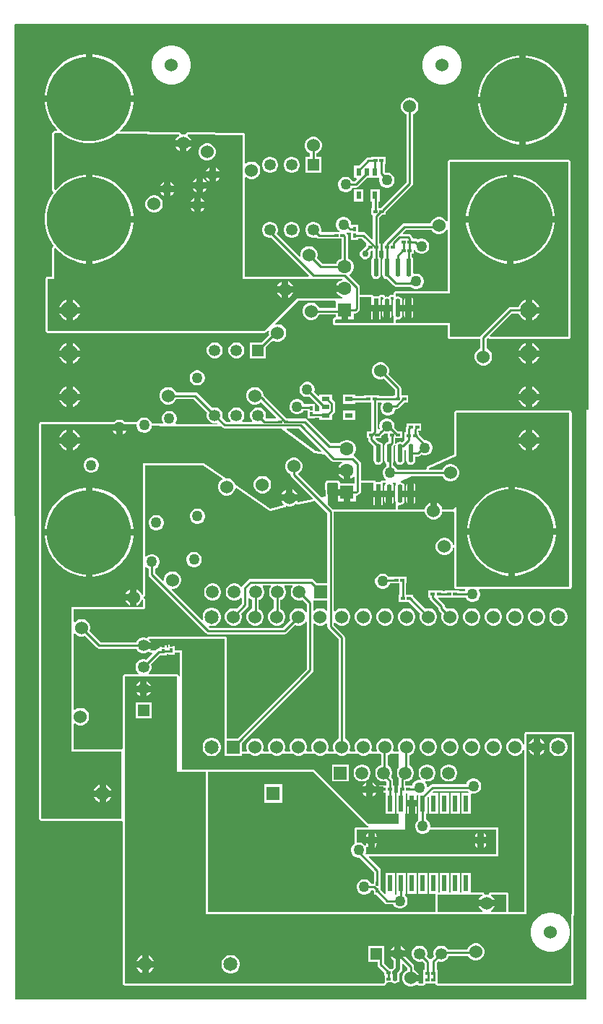
<source format=gbr>
%TF.GenerationSoftware,Altium Limited,Altium Designer,23.4.1 (23)*%
G04 Layer_Physical_Order=1*
G04 Layer_Color=255*
%FSLAX26Y26*%
%MOIN*%
%TF.SameCoordinates,99C6BA0F-0D9B-4297-A223-D59900673BD4*%
%TF.FilePolarity,Positive*%
%TF.FileFunction,Copper,L1,Top,Signal*%
%TF.Part,Single*%
G01*
G75*
%TA.AperFunction,SMDPad,CuDef*%
G04:AMPARAMS|DCode=10|XSize=85.593mil|YSize=22.919mil|CornerRadius=11.459mil|HoleSize=0mil|Usage=FLASHONLY|Rotation=90.000|XOffset=0mil|YOffset=0mil|HoleType=Round|Shape=RoundedRectangle|*
%AMROUNDEDRECTD10*
21,1,0.085593,0.000000,0,0,90.0*
21,1,0.062675,0.022919,0,0,90.0*
1,1,0.022919,0.000000,0.031337*
1,1,0.022919,0.000000,-0.031337*
1,1,0.022919,0.000000,-0.031337*
1,1,0.022919,0.000000,0.031337*
%
%ADD10ROUNDEDRECTD10*%
%ADD11R,0.022919X0.085593*%
%ADD12R,0.019685X0.011811*%
%ADD13R,0.023622X0.037402*%
%ADD14R,0.037402X0.023622*%
%ADD15R,0.011811X0.019685*%
%ADD16R,0.020866X0.077953*%
%TA.AperFunction,Conductor*%
%ADD17C,0.010000*%
%ADD18C,0.020000*%
%TA.AperFunction,ComponentPad*%
%ADD19C,0.060000*%
%ADD20C,0.078740*%
%TA.AperFunction,ViaPad*%
%ADD21C,0.060000*%
%TA.AperFunction,ComponentPad*%
%ADD22C,0.064961*%
%ADD23R,0.060000X0.060000*%
%ADD24C,0.389764*%
%ADD25C,0.053150*%
%ADD26R,0.053150X0.053150*%
%ADD27O,0.030000X0.060000*%
%ADD28R,0.053150X0.053150*%
%ADD29C,0.059055*%
%ADD30C,0.062992*%
%ADD31R,0.064961X0.064961*%
%ADD32R,0.062992X0.062992*%
%ADD33R,0.059055X0.059055*%
%TA.AperFunction,ViaPad*%
%ADD34C,0.050000*%
%ADD35C,0.030000*%
G36*
X6265000Y8085000D02*
X6275000D01*
Y6310000D01*
X6265000D01*
Y3591533D01*
X6260381Y3589619D01*
X6260000Y3590000D01*
X3630000D01*
X3625007Y8088458D01*
X3628715Y8089997D01*
X3630006Y8090000D01*
X6265000D01*
Y8085000D01*
D02*
G37*
%LPC*%
G36*
X5608864Y7990000D02*
X5591136D01*
X5573748Y7986541D01*
X5557369Y7979757D01*
X5542628Y7969908D01*
X5530092Y7957372D01*
X5520243Y7942631D01*
X5513459Y7926252D01*
X5510000Y7908864D01*
Y7891136D01*
X5513459Y7873748D01*
X5520243Y7857369D01*
X5530092Y7842628D01*
X5542628Y7830092D01*
X5557369Y7820243D01*
X5573748Y7813459D01*
X5591136Y7810000D01*
X5608864D01*
X5626252Y7813459D01*
X5642631Y7820243D01*
X5657372Y7830092D01*
X5669908Y7842628D01*
X5679757Y7857369D01*
X5686541Y7873748D01*
X5690000Y7891136D01*
Y7908864D01*
X5686541Y7926252D01*
X5679757Y7942631D01*
X5669908Y7957372D01*
X5657372Y7969908D01*
X5642631Y7979757D01*
X5626252Y7986541D01*
X5608864Y7990000D01*
D02*
G37*
G36*
X4358864D02*
X4341136D01*
X4323748Y7986541D01*
X4307369Y7979757D01*
X4292628Y7969908D01*
X4280092Y7957372D01*
X4270243Y7942631D01*
X4263459Y7926252D01*
X4260000Y7908864D01*
Y7891136D01*
X4263459Y7873748D01*
X4270243Y7857369D01*
X4280092Y7842628D01*
X4292628Y7830092D01*
X4307369Y7820243D01*
X4323748Y7813459D01*
X4341136Y7810000D01*
X4358864D01*
X4376252Y7813459D01*
X4392631Y7820243D01*
X4407372Y7830092D01*
X4419908Y7842628D01*
X4429757Y7857369D01*
X4436541Y7873748D01*
X4440000Y7891136D01*
Y7908864D01*
X4436541Y7926252D01*
X4429757Y7942631D01*
X4419908Y7957372D01*
X4407372Y7969908D01*
X4392631Y7979757D01*
X4376252Y7986541D01*
X4358864Y7990000D01*
D02*
G37*
G36*
X3985000Y7949675D02*
Y7760000D01*
X4174675D01*
X4171376Y7785056D01*
X4164425Y7810998D01*
X4154147Y7835811D01*
X4140719Y7859070D01*
X4124369Y7880378D01*
X4105378Y7899369D01*
X4084070Y7915719D01*
X4060811Y7929147D01*
X4035998Y7939425D01*
X4010056Y7946376D01*
X3985000Y7949675D01*
D02*
G37*
G36*
X3955000D02*
X3929944Y7946376D01*
X3904002Y7939425D01*
X3879189Y7929147D01*
X3855930Y7915719D01*
X3834622Y7899369D01*
X3815631Y7880378D01*
X3799281Y7859070D01*
X3785853Y7835811D01*
X3775575Y7810998D01*
X3768624Y7785056D01*
X3765325Y7760000D01*
X3955000D01*
Y7949675D01*
D02*
G37*
G36*
X5985000Y7944675D02*
Y7755000D01*
X6174675D01*
X6171376Y7780056D01*
X6164425Y7805998D01*
X6154147Y7830811D01*
X6140719Y7854070D01*
X6124369Y7875378D01*
X6105378Y7894369D01*
X6085000Y7910005D01*
X6084070Y7910719D01*
X6060811Y7924147D01*
X6035998Y7934425D01*
X6010056Y7941376D01*
X5985000Y7944675D01*
D02*
G37*
G36*
X5955000D02*
X5929944Y7941376D01*
X5904002Y7934425D01*
X5879189Y7924147D01*
X5855930Y7910719D01*
X5834622Y7894369D01*
X5815631Y7875378D01*
X5799281Y7854070D01*
X5785853Y7830811D01*
X5775575Y7805998D01*
X5768624Y7780056D01*
X5765325Y7755000D01*
X5955000D01*
Y7944675D01*
D02*
G37*
G36*
X6174675Y7725000D02*
X5985000D01*
Y7535325D01*
X6010056Y7538624D01*
X6035998Y7545575D01*
X6060811Y7555853D01*
X6084070Y7569281D01*
X6085000Y7569995D01*
X6105378Y7585631D01*
X6124369Y7604622D01*
X6140719Y7625930D01*
X6154147Y7649189D01*
X6164425Y7674002D01*
X6171376Y7699944D01*
X6174675Y7725000D01*
D02*
G37*
G36*
X5955000D02*
X5765325D01*
X5768624Y7699944D01*
X5775575Y7674002D01*
X5785853Y7649189D01*
X5799281Y7625930D01*
X5815631Y7604622D01*
X5834622Y7585631D01*
X5855930Y7569281D01*
X5879189Y7555853D01*
X5904002Y7545575D01*
X5929944Y7538624D01*
X5955000Y7535325D01*
Y7725000D01*
D02*
G37*
G36*
X5010266Y7570000D02*
X4999734D01*
X4989561Y7567274D01*
X4980439Y7562008D01*
X4972992Y7554561D01*
X4967726Y7545439D01*
X4965000Y7535266D01*
Y7524734D01*
X4967726Y7514561D01*
X4972992Y7505439D01*
X4980439Y7497992D01*
X4989561Y7492726D01*
X4989706Y7492687D01*
Y7476575D01*
X4968425D01*
Y7403425D01*
X5041575D01*
Y7476575D01*
X5020294D01*
Y7492687D01*
X5020439Y7492726D01*
X5029561Y7497992D01*
X5037008Y7505439D01*
X5042274Y7514561D01*
X5045000Y7524734D01*
Y7535266D01*
X5042274Y7545439D01*
X5037008Y7554561D01*
X5029561Y7562008D01*
X5020439Y7567274D01*
X5010266Y7570000D01*
D02*
G37*
G36*
X4909815Y7476575D02*
X4900185D01*
X4890883Y7474082D01*
X4882542Y7469267D01*
X4875733Y7462458D01*
X4870918Y7454117D01*
X4868425Y7444815D01*
Y7435185D01*
X4870918Y7425883D01*
X4875733Y7417542D01*
X4882542Y7410733D01*
X4890883Y7405918D01*
X4900185Y7403425D01*
X4909815D01*
X4919117Y7405918D01*
X4927458Y7410733D01*
X4934267Y7417542D01*
X4939082Y7425883D01*
X4941575Y7435185D01*
Y7444815D01*
X4939082Y7454117D01*
X4934267Y7462458D01*
X4927458Y7469267D01*
X4919117Y7474082D01*
X4909815Y7476575D01*
D02*
G37*
G36*
X4809815D02*
X4800185D01*
X4790883Y7474082D01*
X4782542Y7469267D01*
X4775733Y7462458D01*
X4770918Y7454117D01*
X4768425Y7444815D01*
Y7435185D01*
X4770918Y7425883D01*
X4775733Y7417542D01*
X4782542Y7410733D01*
X4790883Y7405918D01*
X4800185Y7403425D01*
X4809815D01*
X4819117Y7405918D01*
X4827458Y7410733D01*
X4834267Y7417542D01*
X4839082Y7425883D01*
X4841575Y7435185D01*
Y7444815D01*
X4839082Y7454117D01*
X4834267Y7462458D01*
X4827458Y7469267D01*
X4819117Y7474082D01*
X4809815Y7476575D01*
D02*
G37*
G36*
X5455266Y7750000D02*
X5444734D01*
X5434561Y7747274D01*
X5425439Y7742008D01*
X5417992Y7734561D01*
X5412726Y7725439D01*
X5410000Y7715266D01*
Y7704734D01*
X5412726Y7694561D01*
X5417992Y7685439D01*
X5425439Y7677992D01*
X5434561Y7672726D01*
X5434706Y7672687D01*
Y7600000D01*
Y7361335D01*
X5314277Y7240905D01*
X5306514D01*
Y7271299D01*
X5311811D01*
Y7328701D01*
X5268189D01*
Y7271299D01*
X5275927D01*
Y7240905D01*
X5272598D01*
Y7209095D01*
X5276791D01*
X5279963Y7205229D01*
X5279706Y7203937D01*
Y7099519D01*
X5275087Y7097605D01*
X5246877Y7125814D01*
X5241916Y7129130D01*
X5236063Y7130294D01*
X5210905D01*
Y7162402D01*
X5180000D01*
Y7169608D01*
X5177615Y7178510D01*
X5173007Y7186490D01*
X5166490Y7193007D01*
X5158510Y7197615D01*
X5149608Y7200000D01*
X5140392D01*
X5131490Y7197615D01*
X5123510Y7193007D01*
X5116993Y7186490D01*
X5112385Y7178510D01*
X5110000Y7169608D01*
Y7160392D01*
X5112385Y7151490D01*
X5116993Y7143510D01*
X5123510Y7136993D01*
X5125393Y7135905D01*
X5124053Y7130905D01*
X5092598D01*
Y7130294D01*
X5044371D01*
X5041327Y7134261D01*
X5041575Y7135185D01*
Y7144815D01*
X5039082Y7154117D01*
X5034267Y7162458D01*
X5027458Y7169267D01*
X5019117Y7174082D01*
X5009815Y7176575D01*
X5000185D01*
X4990883Y7174082D01*
X4982542Y7169267D01*
X4975733Y7162458D01*
X4970918Y7154117D01*
X4968425Y7144815D01*
Y7135185D01*
X4970918Y7125883D01*
X4975733Y7117542D01*
X4982542Y7110733D01*
X4990883Y7105918D01*
X5000185Y7103425D01*
X5009815D01*
X5019117Y7105918D01*
X5019125Y7105922D01*
X5020862Y7104186D01*
X5025824Y7100870D01*
X5031676Y7099706D01*
X5092598D01*
Y7099095D01*
X5134706D01*
Y7008862D01*
X5133983Y7008668D01*
X5124521Y7003205D01*
X5116795Y6995479D01*
X5111332Y6986017D01*
X5111138Y6985294D01*
X5046335D01*
X5022199Y7009430D01*
X5022274Y7009561D01*
X5025000Y7019734D01*
Y7030266D01*
X5022274Y7040439D01*
X5017008Y7049561D01*
X5009561Y7057008D01*
X5000439Y7062274D01*
X4990266Y7065000D01*
X4979734D01*
X4969561Y7062274D01*
X4960439Y7057008D01*
X4952992Y7049561D01*
X4947726Y7040439D01*
X4945000Y7030266D01*
Y7019734D01*
X4945194Y7019008D01*
X4940712Y7016420D01*
X4836215Y7120916D01*
X4839082Y7125883D01*
X4841575Y7135185D01*
Y7144815D01*
X4839082Y7154117D01*
X4834267Y7162458D01*
X4827458Y7169267D01*
X4819117Y7174082D01*
X4809815Y7176575D01*
X4800185D01*
X4790883Y7174082D01*
X4782542Y7169267D01*
X4775733Y7162458D01*
X4770918Y7154117D01*
X4768425Y7144815D01*
Y7135185D01*
X4770918Y7125883D01*
X4775733Y7117542D01*
X4782542Y7110733D01*
X4790883Y7105918D01*
X4800185Y7103425D01*
X4809815D01*
X4810315Y7103559D01*
X4984059Y6929815D01*
X4982145Y6925196D01*
X4690196D01*
Y7381703D01*
X4694815Y7383616D01*
X4695439Y7382992D01*
X4704561Y7377726D01*
X4714734Y7375000D01*
X4725266D01*
X4735439Y7377726D01*
X4744561Y7382992D01*
X4752008Y7390439D01*
X4757274Y7399561D01*
X4760000Y7409734D01*
Y7420266D01*
X4757274Y7430439D01*
X4752008Y7439561D01*
X4744561Y7447008D01*
X4735439Y7452274D01*
X4725266Y7455000D01*
X4714734D01*
X4704561Y7452274D01*
X4695439Y7447008D01*
X4694815Y7446384D01*
X4690196Y7448297D01*
Y7576768D01*
X4689820Y7578657D01*
X4689467Y7580555D01*
X4689432Y7580608D01*
X4689420Y7580670D01*
X4688350Y7582272D01*
X4687297Y7583890D01*
X4687245Y7583926D01*
X4687210Y7583978D01*
X4685608Y7585048D01*
X4684016Y7586140D01*
X4683954Y7586153D01*
X4683902Y7586188D01*
X4682008Y7586565D01*
X4680124Y7586963D01*
X4426074Y7590062D01*
X4425382Y7589933D01*
X4424680Y7589983D01*
X4423444Y7589572D01*
X4422163Y7589333D01*
X4421573Y7588949D01*
X4420905Y7588727D01*
X4419921Y7587874D01*
X4418828Y7587163D01*
X4418430Y7586583D01*
X4417898Y7586123D01*
X4417315Y7584958D01*
X4416578Y7583883D01*
X4416485Y7583445D01*
X4416186Y7582703D01*
X4416117Y7582565D01*
X4416088Y7582461D01*
X4414625Y7578832D01*
X4410266Y7580000D01*
X4399734D01*
X4399251Y7579871D01*
X4394929Y7582384D01*
X4394782Y7582946D01*
X4394597Y7583326D01*
X4394463Y7583730D01*
X4394384Y7584154D01*
X4393640Y7585297D01*
X4393044Y7586524D01*
X4392564Y7586950D01*
X4392214Y7587488D01*
X4391090Y7588260D01*
X4390069Y7589166D01*
X4389463Y7589376D01*
X4388934Y7589738D01*
X4387600Y7590021D01*
X4386310Y7590467D01*
X4385669Y7590429D01*
X4385042Y7590562D01*
X4115117Y7593854D01*
X4113231Y7598485D01*
X4119366Y7604619D01*
X4124369Y7609622D01*
X4140719Y7630930D01*
X4154147Y7654189D01*
X4164425Y7679002D01*
X4171376Y7704944D01*
X4174675Y7730000D01*
X3765325D01*
X3768624Y7704944D01*
X3775575Y7679002D01*
X3785853Y7654189D01*
X3799281Y7630930D01*
X3815631Y7609622D01*
X3823208Y7602045D01*
X3821267Y7597437D01*
X3813681Y7597530D01*
X3813650Y7597524D01*
X3813619Y7597530D01*
X3811701Y7597161D01*
X3809770Y7596801D01*
X3809744Y7596784D01*
X3809713Y7596778D01*
X3808088Y7595707D01*
X3806436Y7594632D01*
X3806418Y7594605D01*
X3806392Y7594588D01*
X3802835Y7591074D01*
X3802817Y7591048D01*
X3802790Y7591030D01*
X3801702Y7589402D01*
X3800604Y7587780D01*
X3800598Y7587749D01*
X3800580Y7587722D01*
X3800198Y7585802D01*
X3799804Y7583883D01*
X3799810Y7583852D01*
X3799804Y7583821D01*
Y7325817D01*
X3799870Y7325485D01*
X3799826Y7325150D01*
X3800256Y7323546D01*
X3800580Y7321915D01*
X3800768Y7321634D01*
X3800856Y7321307D01*
X3801867Y7319989D01*
X3802790Y7318607D01*
X3803072Y7318419D01*
X3803277Y7318151D01*
X3803628Y7317949D01*
X3804996Y7314479D01*
X3805205Y7312362D01*
X3805026Y7311557D01*
X3799281Y7304070D01*
X3785853Y7280811D01*
X3775575Y7255998D01*
X3768624Y7230056D01*
X3765118Y7203429D01*
Y7176571D01*
X3768624Y7149944D01*
X3775575Y7124002D01*
X3785853Y7099189D01*
X3799281Y7075930D01*
X3805026Y7068443D01*
X3805205Y7067638D01*
X3804996Y7065521D01*
X3803628Y7062051D01*
X3803277Y7061849D01*
X3803072Y7061581D01*
X3802790Y7061393D01*
X3801867Y7060011D01*
X3800856Y7058693D01*
X3800768Y7058366D01*
X3800580Y7058085D01*
X3800256Y7056455D01*
X3799826Y7054850D01*
X3799870Y7054515D01*
X3799804Y7054183D01*
Y6925196D01*
X3780000D01*
X3776098Y6924420D01*
X3772790Y6922210D01*
X3770580Y6918902D01*
X3769804Y6915000D01*
Y6895000D01*
Y6675000D01*
X3770580Y6671098D01*
X3772790Y6667790D01*
X3776098Y6665580D01*
X3780000Y6664804D01*
X3809999D01*
X3810000Y6664804D01*
X4245000Y6664804D01*
X4780000D01*
X4783902Y6665580D01*
X4787210Y6667790D01*
X4796704Y6677285D01*
X4801187Y6674697D01*
X4800000Y6670266D01*
Y6659734D01*
X4800656Y6657285D01*
X4764946Y6621575D01*
X4713425D01*
Y6621575D01*
Y6548425D01*
X4786575D01*
Y6599946D01*
X4811629Y6625000D01*
X4818090Y6631462D01*
X4824561Y6627726D01*
X4834734Y6625000D01*
X4845266D01*
X4855439Y6627726D01*
X4864561Y6632992D01*
X4872008Y6640439D01*
X4877274Y6649561D01*
X4880000Y6659734D01*
Y6670266D01*
X4877274Y6680439D01*
X4872008Y6689561D01*
X4864561Y6697008D01*
X4855439Y6702274D01*
X4845266Y6705000D01*
X4834734D01*
X4830303Y6703813D01*
X4827715Y6708296D01*
X4934223Y6814804D01*
X5104874D01*
X5108504Y6811496D01*
Y6780294D01*
X5032313D01*
X5032274Y6780439D01*
X5027008Y6789561D01*
X5019561Y6797008D01*
X5010439Y6802274D01*
X5000266Y6805000D01*
X4989734D01*
X4979561Y6802274D01*
X4970439Y6797008D01*
X4962992Y6789561D01*
X4957726Y6780439D01*
X4955000Y6770266D01*
Y6759734D01*
X4957726Y6749561D01*
X4962992Y6740439D01*
X4970439Y6732992D01*
X4979561Y6727726D01*
X4989734Y6725000D01*
X5000266D01*
X5010439Y6727726D01*
X5019561Y6732992D01*
X5027008Y6740439D01*
X5032274Y6749561D01*
X5032313Y6749706D01*
X5108504D01*
Y6743429D01*
X5108440Y6738700D01*
X5106521Y6738306D01*
X5104602Y6737924D01*
X5104575Y6737906D01*
X5104543Y6737899D01*
X5102926Y6736803D01*
X5101294Y6735714D01*
X5101276Y6735686D01*
X5101249Y6735668D01*
X5097745Y6732119D01*
X5096669Y6730488D01*
X5095580Y6728857D01*
X5095574Y6728825D01*
X5095556Y6728798D01*
X5095186Y6726877D01*
X5094804Y6724955D01*
Y6710000D01*
X5095580Y6706098D01*
X5097790Y6702790D01*
X5101098Y6700580D01*
X5105000Y6699804D01*
X5375000D01*
X5378902Y6700580D01*
X5380098Y6701379D01*
X5381294Y6700580D01*
X5385196Y6699804D01*
X5624804D01*
Y6647960D01*
X5625580Y6644058D01*
X5627790Y6640751D01*
X5631098Y6638540D01*
X5635000Y6637764D01*
X5774706Y6637764D01*
Y6625000D01*
Y6592313D01*
X5774561Y6592274D01*
X5765439Y6587008D01*
X5757992Y6579561D01*
X5752726Y6570439D01*
X5750000Y6560266D01*
Y6549734D01*
X5752726Y6539561D01*
X5757992Y6530439D01*
X5765439Y6522992D01*
X5774561Y6517726D01*
X5784734Y6515000D01*
X5795266D01*
X5805439Y6517726D01*
X5814561Y6522992D01*
X5822008Y6530439D01*
X5827274Y6539561D01*
X5830000Y6549734D01*
Y6560266D01*
X5827274Y6570439D01*
X5822008Y6579561D01*
X5814561Y6587008D01*
X5805439Y6592274D01*
X5805294Y6592313D01*
Y6625000D01*
Y6637422D01*
X5809021Y6641031D01*
X5814621Y6640751D01*
X5817929Y6638540D01*
X5821830Y6637764D01*
X6181931Y6637765D01*
X6185833Y6638541D01*
X6189140Y6640751D01*
X6191351Y6644059D01*
X6192127Y6647960D01*
Y7452883D01*
X6191351Y7456785D01*
X6189140Y7460093D01*
X6185833Y7462303D01*
X6181931Y7463079D01*
X5635000D01*
X5631098Y7462303D01*
X5627790Y7460093D01*
X5625580Y7456785D01*
X5624804Y7452883D01*
Y7181057D01*
X5619804Y7179718D01*
X5617008Y7184561D01*
X5609561Y7192008D01*
X5600439Y7197274D01*
X5590266Y7200000D01*
X5579734D01*
X5569561Y7197274D01*
X5560439Y7192008D01*
X5552992Y7184561D01*
X5547726Y7175439D01*
X5546347Y7170294D01*
X5425000D01*
X5419147Y7169130D01*
X5414186Y7165814D01*
X5334233Y7085862D01*
X5330918Y7080900D01*
X5329924Y7075905D01*
X5325158D01*
Y7044095D01*
X5329706D01*
Y7012835D01*
X5329529Y7012717D01*
X5324786Y7005618D01*
X5323120Y6997245D01*
Y6934571D01*
X5324786Y6926198D01*
X5329529Y6919100D01*
X5336627Y6914357D01*
X5345000Y6912691D01*
X5345209Y6912733D01*
X5375650Y6882292D01*
X5380611Y6878977D01*
X5386464Y6877813D01*
X5453369D01*
X5454789Y6878095D01*
X5457736Y6875148D01*
X5465717Y6870540D01*
X5474619Y6868154D01*
X5483835D01*
X5492736Y6870540D01*
X5500717Y6875148D01*
X5507234Y6881664D01*
X5511842Y6889645D01*
X5514227Y6898547D01*
Y6907762D01*
X5511842Y6916664D01*
X5507234Y6924645D01*
X5500717Y6931162D01*
X5492736Y6935769D01*
X5483835Y6938154D01*
X5474619D01*
X5470846Y6937144D01*
X5466880Y6940188D01*
Y6997245D01*
X5465214Y7005618D01*
X5460471Y7012717D01*
X5460294Y7012835D01*
Y7029094D01*
X5468622D01*
Y7048008D01*
X5473622Y7049348D01*
X5476993Y7043510D01*
X5483510Y7036993D01*
X5491490Y7032385D01*
X5500392Y7030000D01*
X5509608D01*
X5518510Y7032385D01*
X5526490Y7036993D01*
X5533007Y7043510D01*
X5537615Y7051490D01*
X5540000Y7060392D01*
Y7069608D01*
X5537615Y7078510D01*
X5533007Y7086490D01*
X5526490Y7093007D01*
X5518510Y7097615D01*
X5509608Y7100000D01*
X5500392D01*
X5491490Y7097615D01*
X5486228Y7094577D01*
X5484991Y7095814D01*
X5480029Y7099130D01*
X5474176Y7100294D01*
X5468622D01*
Y7100905D01*
X5464056D01*
X5462909Y7106673D01*
X5459594Y7111634D01*
X5453736Y7117492D01*
X5448774Y7120807D01*
X5442922Y7121972D01*
X5420133D01*
X5418220Y7126591D01*
X5431335Y7139706D01*
X5550529D01*
X5552992Y7135439D01*
X5560439Y7127992D01*
X5569561Y7122726D01*
X5579734Y7120000D01*
X5590266D01*
X5600439Y7122726D01*
X5609561Y7127992D01*
X5617008Y7135439D01*
X5619804Y7140282D01*
X5624804Y7138943D01*
X5624804Y6857544D01*
X5385000D01*
X5381098Y6856768D01*
X5377790Y6854558D01*
X5375580Y6851250D01*
X5374804Y6847348D01*
Y6840196D01*
X5363417D01*
X5363356Y6840184D01*
X5363295Y6840195D01*
X5361407Y6839796D01*
X5359515Y6839420D01*
X5359463Y6839386D01*
X5359403Y6839373D01*
X5357811Y6838282D01*
X5356207Y6837210D01*
X5356173Y6837158D01*
X5356122Y6837123D01*
X5355070Y6835508D01*
X5353997Y6833902D01*
X5349662Y6831893D01*
X5345000Y6832821D01*
X5340338Y6831893D01*
X5336003Y6833902D01*
X5334930Y6835508D01*
X5333878Y6837123D01*
X5333827Y6837158D01*
X5333793Y6837210D01*
X5332189Y6838282D01*
X5330597Y6839373D01*
X5330537Y6839386D01*
X5330485Y6839420D01*
X5328593Y6839796D01*
X5326705Y6840195D01*
X5326644Y6840184D01*
X5326583Y6840196D01*
X5316459D01*
X5312557Y6839420D01*
X5309250Y6837210D01*
X5307039Y6833902D01*
X5306741Y6832400D01*
X5283259D01*
X5282961Y6833902D01*
X5280750Y6837210D01*
X5277443Y6839420D01*
X5273541Y6840196D01*
X5220294D01*
Y6875000D01*
X5219130Y6880853D01*
X5215814Y6885815D01*
X5171634Y6929995D01*
X5172287Y6934952D01*
X5175479Y6936795D01*
X5183205Y6944521D01*
X5188668Y6953983D01*
X5191496Y6964537D01*
Y6975463D01*
X5188668Y6986017D01*
X5183205Y6995479D01*
X5175479Y7003205D01*
X5166017Y7008668D01*
X5165294Y7008862D01*
Y7108937D01*
X5164130Y7114790D01*
X5160814Y7119751D01*
X5159842Y7120723D01*
Y7128168D01*
X5160503Y7128855D01*
X5164842Y7130701D01*
X5168242Y7128429D01*
X5174095Y7127265D01*
X5179095D01*
Y7095158D01*
X5210905D01*
Y7099706D01*
X5229728D01*
X5249335Y7080099D01*
X5247598Y7075905D01*
X5247598D01*
Y7065723D01*
X5238012Y7056137D01*
X5236191Y7053411D01*
X5230839Y7051194D01*
X5223806Y7044161D01*
X5220000Y7034973D01*
Y7025027D01*
X5223806Y7015839D01*
X5230839Y7008806D01*
X5240027Y7005000D01*
X5249973D01*
X5259161Y7008806D01*
X5266194Y7015839D01*
X5270000Y7025027D01*
Y7034973D01*
X5268099Y7039562D01*
X5271510Y7044095D01*
X5279706D01*
Y7012835D01*
X5279529Y7012717D01*
X5274786Y7005618D01*
X5273120Y6997245D01*
Y6934571D01*
X5274786Y6926198D01*
X5279529Y6919100D01*
X5286627Y6914357D01*
X5295000Y6912691D01*
X5303373Y6914357D01*
X5310471Y6919100D01*
X5315214Y6926198D01*
X5316880Y6934571D01*
Y6997245D01*
X5315214Y7005618D01*
X5310471Y7012717D01*
X5310294Y7012835D01*
Y7044095D01*
X5314842D01*
Y7075905D01*
X5310294D01*
Y7197602D01*
X5321786Y7209095D01*
X5339842D01*
Y7223214D01*
X5460814Y7344186D01*
X5464130Y7349147D01*
X5465294Y7355000D01*
Y7600000D01*
Y7672687D01*
X5465439Y7672726D01*
X5474561Y7677992D01*
X5482008Y7685439D01*
X5487274Y7694561D01*
X5490000Y7704734D01*
Y7715266D01*
X5487274Y7725439D01*
X5482008Y7734561D01*
X5474561Y7742008D01*
X5465439Y7747274D01*
X5455266Y7750000D01*
D02*
G37*
G36*
X5338622Y7475905D02*
X5271378D01*
Y7475294D01*
X5260039D01*
X5254187Y7474130D01*
X5249225Y7470814D01*
X5215379Y7436968D01*
X5193386D01*
Y7379567D01*
X5202626D01*
X5204539Y7374948D01*
X5194886Y7365294D01*
X5186585D01*
X5183007Y7371490D01*
X5176490Y7378007D01*
X5168510Y7382615D01*
X5159608Y7385000D01*
X5150392D01*
X5141490Y7382615D01*
X5133510Y7378007D01*
X5126993Y7371490D01*
X5122385Y7363510D01*
X5120000Y7354608D01*
Y7345392D01*
X5122385Y7336490D01*
X5126993Y7328510D01*
X5133510Y7321993D01*
X5141490Y7317385D01*
X5150392Y7315000D01*
X5159608D01*
X5168510Y7317385D01*
X5176490Y7321993D01*
X5183007Y7328510D01*
X5186585Y7334706D01*
X5201221D01*
X5207073Y7335870D01*
X5212035Y7339186D01*
X5252416Y7379567D01*
X5307222D01*
X5310266Y7375600D01*
X5310000Y7374608D01*
Y7365392D01*
X5312385Y7356490D01*
X5316993Y7348510D01*
X5323510Y7341993D01*
X5331490Y7337385D01*
X5340392Y7335000D01*
X5349608D01*
X5358510Y7337385D01*
X5366490Y7341993D01*
X5373007Y7348510D01*
X5377615Y7356490D01*
X5380000Y7365392D01*
Y7374608D01*
X5377615Y7383510D01*
X5373007Y7391490D01*
X5366490Y7398007D01*
X5358510Y7402615D01*
X5349608Y7405000D01*
X5340392D01*
X5338125Y7404392D01*
X5334073Y7407800D01*
Y7444094D01*
X5338622D01*
Y7475905D01*
D02*
G37*
G36*
X5237008Y7328701D02*
X5193386D01*
Y7271299D01*
X5237008D01*
Y7328701D01*
D02*
G37*
G36*
X4909815Y7176575D02*
X4900185D01*
X4890883Y7174082D01*
X4882542Y7169267D01*
X4875733Y7162458D01*
X4870918Y7154117D01*
X4868425Y7144815D01*
Y7135185D01*
X4870918Y7125883D01*
X4875733Y7117542D01*
X4882542Y7110733D01*
X4890883Y7105918D01*
X4900185Y7103425D01*
X4909815D01*
X4919117Y7105918D01*
X4927458Y7110733D01*
X4934267Y7117542D01*
X4939082Y7125883D01*
X4941575Y7135185D01*
Y7144815D01*
X4939082Y7154117D01*
X4934267Y7162458D01*
X4927458Y7169267D01*
X4919117Y7174082D01*
X4909815Y7176575D01*
D02*
G37*
G36*
X6015000Y6617092D02*
Y6585000D01*
X6047092D01*
X6046006Y6589056D01*
X6039506Y6600314D01*
X6030314Y6609506D01*
X6019056Y6616006D01*
X6015000Y6617092D01*
D02*
G37*
G36*
X5985000D02*
X5980944Y6616006D01*
X5969686Y6609506D01*
X5960494Y6600314D01*
X5953994Y6589056D01*
X5952908Y6585000D01*
X5985000D01*
Y6617092D01*
D02*
G37*
G36*
X3895000D02*
Y6585000D01*
X3927092D01*
X3926006Y6589056D01*
X3919506Y6600314D01*
X3910314Y6609506D01*
X3899056Y6616006D01*
X3895000Y6617092D01*
D02*
G37*
G36*
X3865000D02*
X3860944Y6616006D01*
X3849686Y6609506D01*
X3840494Y6600314D01*
X3833994Y6589056D01*
X3832908Y6585000D01*
X3865000D01*
Y6617092D01*
D02*
G37*
G36*
X4654815Y6621575D02*
X4645185D01*
X4639307Y6620000D01*
X4635883Y6619082D01*
X4627542Y6614267D01*
X4620733Y6607458D01*
X4615918Y6599117D01*
X4613425Y6589815D01*
Y6580185D01*
X4615918Y6570883D01*
X4620733Y6562542D01*
X4627542Y6555733D01*
X4635883Y6550918D01*
X4645185Y6548425D01*
X4654815D01*
X4664117Y6550918D01*
X4672458Y6555733D01*
X4679267Y6562542D01*
X4684082Y6570883D01*
X4686575Y6580185D01*
Y6589815D01*
X4684082Y6599117D01*
X4679267Y6607458D01*
X4672458Y6614267D01*
X4664117Y6619082D01*
X4654815Y6621575D01*
D02*
G37*
G36*
X4554815D02*
X4545185D01*
X4539307Y6620000D01*
X4535883Y6619082D01*
X4527542Y6614267D01*
X4520733Y6607458D01*
X4515918Y6599117D01*
X4513425Y6589815D01*
Y6580185D01*
X4515918Y6570883D01*
X4520733Y6562542D01*
X4527542Y6555733D01*
X4535883Y6550918D01*
X4545185Y6548425D01*
X4554815D01*
X4564117Y6550918D01*
X4572458Y6555733D01*
X4579267Y6562542D01*
X4584082Y6570883D01*
X4586575Y6580185D01*
Y6589815D01*
X4584082Y6599117D01*
X4579267Y6607458D01*
X4572458Y6614267D01*
X4564117Y6619082D01*
X4554815Y6621575D01*
D02*
G37*
G36*
X6047092Y6555000D02*
X6015000D01*
Y6522908D01*
X6019056Y6523994D01*
X6030314Y6530494D01*
X6039506Y6539686D01*
X6046006Y6550944D01*
X6047092Y6555000D01*
D02*
G37*
G36*
X5985000D02*
X5952908D01*
X5953994Y6550944D01*
X5960494Y6539686D01*
X5969686Y6530494D01*
X5980944Y6523994D01*
X5985000Y6522908D01*
Y6555000D01*
D02*
G37*
G36*
X3927092D02*
X3895000D01*
Y6522908D01*
X3899056Y6523994D01*
X3910314Y6530494D01*
X3919506Y6539686D01*
X3926006Y6550944D01*
X3927092Y6555000D01*
D02*
G37*
G36*
X3865000D02*
X3832908D01*
X3833994Y6550944D01*
X3840494Y6539686D01*
X3849686Y6530494D01*
X3860944Y6523994D01*
X3865000Y6522908D01*
Y6555000D01*
D02*
G37*
G36*
X4473457Y6492288D02*
X4464241D01*
X4455340Y6489903D01*
X4447359Y6485295D01*
X4440842Y6478778D01*
X4436234Y6470797D01*
X4433849Y6461896D01*
Y6452680D01*
X4436234Y6443778D01*
X4440842Y6435797D01*
X4447359Y6429281D01*
X4455340Y6424673D01*
X4464241Y6422288D01*
X4473457D01*
X4482359Y6424673D01*
X4490340Y6429281D01*
X4496856Y6435797D01*
X4501464Y6443778D01*
X4503849Y6452680D01*
Y6461896D01*
X4501464Y6470797D01*
X4496856Y6478778D01*
X4490340Y6485295D01*
X4482359Y6489903D01*
X4473457Y6492288D01*
D02*
G37*
G36*
X6015000Y6417092D02*
Y6385000D01*
X6047092D01*
X6046006Y6389056D01*
X6039506Y6400314D01*
X6030314Y6409506D01*
X6019056Y6416006D01*
X6015000Y6417092D01*
D02*
G37*
G36*
X5985000D02*
X5980944Y6416006D01*
X5969686Y6409506D01*
X5960494Y6400314D01*
X5953994Y6389056D01*
X5952908Y6385000D01*
X5985000D01*
Y6417092D01*
D02*
G37*
G36*
X3895000D02*
Y6385000D01*
X3927092D01*
X3926006Y6389056D01*
X3919506Y6400314D01*
X3910314Y6409506D01*
X3899056Y6416006D01*
X3895000Y6417092D01*
D02*
G37*
G36*
X3865000D02*
X3860944Y6416006D01*
X3849686Y6409506D01*
X3840494Y6400314D01*
X3833994Y6389056D01*
X3832908Y6385000D01*
X3865000D01*
Y6417092D01*
D02*
G37*
G36*
X5320266Y6530000D02*
X5309734D01*
X5299561Y6527274D01*
X5290439Y6522008D01*
X5282992Y6514561D01*
X5277726Y6505439D01*
X5275000Y6495266D01*
Y6484734D01*
X5277726Y6474561D01*
X5282992Y6465439D01*
X5290439Y6457992D01*
X5299561Y6452726D01*
X5309734Y6450000D01*
X5320266D01*
X5330439Y6452726D01*
X5330570Y6452801D01*
X5380927Y6402445D01*
Y6375906D01*
X5376378D01*
Y6375294D01*
X5307402D01*
Y6375905D01*
X5240158D01*
Y6375195D01*
X5198701D01*
Y6381614D01*
X5141299D01*
Y6337992D01*
X5198701D01*
Y6344608D01*
X5240158D01*
Y6344095D01*
X5272265D01*
Y6308462D01*
Y6212516D01*
X5270655Y6210905D01*
X5252598D01*
Y6179095D01*
X5257147D01*
Y6173896D01*
X5258311Y6168044D01*
X5261627Y6163082D01*
X5283162Y6141547D01*
X5283120Y6141337D01*
Y6078663D01*
X5284786Y6070290D01*
X5289529Y6063191D01*
X5296627Y6058449D01*
X5305000Y6056783D01*
X5313373Y6058449D01*
X5320471Y6063191D01*
X5325214Y6070290D01*
X5326880Y6078663D01*
Y6141337D01*
X5325214Y6149710D01*
X5320471Y6156809D01*
X5313373Y6161551D01*
X5305000Y6163217D01*
X5304791Y6163175D01*
X5293491Y6174475D01*
X5295404Y6179095D01*
X5319842D01*
Y6189277D01*
X5324327Y6193761D01*
X5327530Y6195901D01*
X5333481Y6201852D01*
X5340392Y6200000D01*
X5347598D01*
Y6179095D01*
X5352147D01*
Y6163609D01*
X5350949Y6162411D01*
X5346627Y6161551D01*
X5339529Y6156809D01*
X5334786Y6149710D01*
X5333120Y6141337D01*
Y6078663D01*
X5334786Y6070290D01*
X5339529Y6063191D01*
X5342178Y6061421D01*
Y6050125D01*
X5338510Y6048007D01*
X5331993Y6041490D01*
X5327385Y6033510D01*
X5325000Y6024608D01*
Y6015392D01*
X5327385Y6006490D01*
X5331993Y5998510D01*
X5338510Y5991993D01*
X5340102Y5991073D01*
X5340447Y5989758D01*
X5340338Y5989250D01*
X5340092Y5988624D01*
X5340037Y5988537D01*
X5336472Y5985196D01*
X5326459D01*
X5322557Y5984420D01*
X5319250Y5982210D01*
X5317039Y5978902D01*
X5316560Y5976492D01*
X5293440D01*
X5292961Y5978902D01*
X5290750Y5982210D01*
X5287443Y5984420D01*
X5283541Y5985196D01*
X5225294D01*
Y6059159D01*
X5224130Y6065012D01*
X5220814Y6069973D01*
X5194973Y6095814D01*
X5192933Y6097178D01*
X5192107Y6103423D01*
X5193205Y6104521D01*
X5198668Y6113983D01*
X5201496Y6124537D01*
Y6135463D01*
X5198668Y6146017D01*
X5193205Y6155479D01*
X5185479Y6163205D01*
X5176017Y6168668D01*
X5165463Y6171496D01*
X5154537D01*
X5143983Y6168668D01*
X5134521Y6163205D01*
X5126795Y6155479D01*
X5126769Y6155433D01*
X5086195D01*
X4975814Y6265815D01*
X4970853Y6269130D01*
X4965000Y6270294D01*
X4898622D01*
Y6270906D01*
X4880566D01*
X4843010Y6308462D01*
X4775224Y6376247D01*
X4775000Y6376397D01*
Y6380266D01*
X4772274Y6390439D01*
X4767008Y6399561D01*
X4759561Y6407008D01*
X4750439Y6412274D01*
X4740266Y6415000D01*
X4729734D01*
X4719561Y6412274D01*
X4710439Y6407008D01*
X4702992Y6399561D01*
X4697726Y6390439D01*
X4695000Y6380266D01*
Y6369734D01*
X4697726Y6359561D01*
X4702992Y6350439D01*
X4710439Y6342992D01*
X4719561Y6337726D01*
X4729734Y6335000D01*
X4740266D01*
X4750439Y6337726D01*
X4759561Y6342992D01*
X4762391Y6345823D01*
X4833115Y6275099D01*
X4831414Y6270993D01*
X4830849Y6270294D01*
X4788798D01*
X4785131Y6274795D01*
X4786575Y6280185D01*
Y6289815D01*
X4784082Y6299117D01*
X4779267Y6307458D01*
X4778263Y6308462D01*
X4772458Y6314267D01*
X4764117Y6319082D01*
X4754815Y6321575D01*
X4745185D01*
X4735883Y6319082D01*
X4727542Y6314267D01*
X4721737Y6308462D01*
X4720733Y6307458D01*
X4715918Y6299117D01*
X4713425Y6289815D01*
Y6280185D01*
X4715918Y6270883D01*
X4720733Y6262542D01*
X4722981Y6260294D01*
X4720910Y6255294D01*
X4679090D01*
X4677019Y6260294D01*
X4679267Y6262542D01*
X4684082Y6270883D01*
X4686575Y6280185D01*
Y6289815D01*
X4684082Y6299117D01*
X4679267Y6307458D01*
X4678263Y6308462D01*
X4672458Y6314267D01*
X4664117Y6319082D01*
X4654815Y6321575D01*
X4645185D01*
X4635883Y6319082D01*
X4627542Y6314267D01*
X4621737Y6308462D01*
X4620733Y6307458D01*
X4615918Y6299117D01*
X4613425Y6289815D01*
Y6280185D01*
X4615918Y6270883D01*
X4620733Y6262542D01*
X4622981Y6260294D01*
X4620910Y6255294D01*
X4601335D01*
X4584434Y6272195D01*
X4586575Y6280185D01*
Y6289815D01*
X4584082Y6299117D01*
X4579267Y6307458D01*
X4578263Y6308462D01*
X4572458Y6314267D01*
X4564117Y6319082D01*
X4554815Y6321575D01*
X4545185D01*
X4537195Y6319434D01*
X4470814Y6385814D01*
X4465853Y6389130D01*
X4460000Y6390294D01*
X4372313D01*
X4372274Y6390439D01*
X4367008Y6399561D01*
X4359561Y6407008D01*
X4350439Y6412274D01*
X4340266Y6415000D01*
X4329734D01*
X4319561Y6412274D01*
X4310439Y6407008D01*
X4302992Y6399561D01*
X4297726Y6390439D01*
X4295000Y6380266D01*
Y6376477D01*
X4294706Y6375000D01*
X4295000Y6373523D01*
Y6369734D01*
X4297726Y6359561D01*
X4302992Y6350439D01*
X4310439Y6342992D01*
X4319561Y6337726D01*
X4329734Y6335000D01*
X4340266D01*
X4350439Y6337726D01*
X4359561Y6342992D01*
X4367008Y6350439D01*
X4372274Y6359561D01*
X4372313Y6359706D01*
X4453665D01*
X4515566Y6297805D01*
X4513425Y6289815D01*
Y6280185D01*
X4515918Y6270883D01*
X4520733Y6262542D01*
X4527542Y6255733D01*
X4535883Y6250918D01*
X4545185Y6248425D01*
X4554815D01*
X4561379Y6250184D01*
X4563243Y6248210D01*
X4561069Y6243229D01*
X4370925Y6244926D01*
X4368835Y6249944D01*
X4372615Y6256490D01*
X4375000Y6265392D01*
Y6274608D01*
X4372615Y6283510D01*
X4368007Y6291490D01*
X4361490Y6298007D01*
X4353510Y6302615D01*
X4344608Y6305000D01*
X4335392D01*
X4326490Y6302615D01*
X4318510Y6298007D01*
X4311993Y6291490D01*
X4307385Y6283510D01*
X4305000Y6274608D01*
Y6265392D01*
X4307385Y6256490D01*
X4310866Y6250461D01*
X4308348Y6245484D01*
X4260417Y6245911D01*
X4260394Y6245907D01*
X4260370Y6245912D01*
X4259686Y6245779D01*
X4257615Y6253510D01*
X4253007Y6261490D01*
X4246490Y6268007D01*
X4238510Y6272615D01*
X4229608Y6275000D01*
X4220392D01*
X4211490Y6272615D01*
X4203510Y6268007D01*
X4196993Y6261490D01*
X4192982Y6254543D01*
X4192293Y6254680D01*
X4191030Y6255109D01*
X4190359Y6255065D01*
X4189699Y6255196D01*
X4134302D01*
X4131490Y6258007D01*
X4123510Y6262615D01*
X4114608Y6265000D01*
X4105392D01*
X4096490Y6262615D01*
X4088510Y6258007D01*
X4085698Y6255196D01*
X3750000D01*
X3746098Y6254420D01*
X3742790Y6252210D01*
X3740580Y6248902D01*
X3739804Y6245000D01*
Y5455000D01*
Y5400000D01*
Y4425000D01*
X3740580Y4421098D01*
X3742790Y4417790D01*
X3746098Y4415580D01*
X3750000Y4414804D01*
X4120000D01*
X4124804Y4410662D01*
Y3665000D01*
X4125580Y3661098D01*
X4127790Y3657790D01*
X4131098Y3655580D01*
X4135000Y3654804D01*
X5331633D01*
X5333105Y3655097D01*
X5334598Y3655245D01*
X5335041Y3655482D01*
X5335535Y3655580D01*
X5336783Y3656414D01*
X5338105Y3657122D01*
X5338424Y3657511D01*
X5338843Y3657790D01*
X5339676Y3659038D01*
X5340627Y3660198D01*
X5342813Y3664293D01*
X5342959Y3664775D01*
X5343239Y3665193D01*
X5343532Y3666665D01*
X5343966Y3668101D01*
X5348892Y3669095D01*
X5369026D01*
X5373417Y3666160D01*
X5381221Y3664608D01*
X5389024Y3666160D01*
X5393415Y3669095D01*
X5401063D01*
Y3682238D01*
X5401612Y3685000D01*
Y3707774D01*
X5409419Y3715581D01*
X5413840Y3722196D01*
X5415392Y3730000D01*
Y3753297D01*
X5420011Y3755210D01*
X5439706Y3735515D01*
Y3727313D01*
X5439561Y3727274D01*
X5430439Y3722008D01*
X5422992Y3714561D01*
X5417726Y3705439D01*
X5415000Y3695266D01*
Y3684734D01*
X5417726Y3674561D01*
X5422992Y3665439D01*
X5430439Y3657992D01*
X5439561Y3652726D01*
X5449734Y3650000D01*
X5460266D01*
X5470439Y3652726D01*
X5479560Y3657992D01*
X5481098Y3658270D01*
X5485318Y3657790D01*
X5485842Y3657441D01*
X5485961Y3657321D01*
X5486321Y3656911D01*
X5487517Y3656321D01*
X5488626Y3655580D01*
X5489286Y3655449D01*
X5489889Y3655151D01*
X5491220Y3655064D01*
X5492528Y3654804D01*
X5511378D01*
X5515280Y3655580D01*
X5518588Y3657790D01*
X5520798Y3661098D01*
X5521394Y3664095D01*
X5568606D01*
X5569202Y3661098D01*
X5571413Y3657790D01*
X5574720Y3655580D01*
X5578622Y3654804D01*
X6196250D01*
X6200152Y3655580D01*
X6203460Y3657790D01*
X6205670Y3661098D01*
X6206446Y3665000D01*
Y3977280D01*
X6207210Y3977790D01*
X6209420Y3981098D01*
X6210196Y3985000D01*
Y4815000D01*
X6209420Y4818902D01*
X6207210Y4822210D01*
X6203902Y4824420D01*
X6200000Y4825196D01*
X5990000D01*
X5986098Y4824420D01*
X5982790Y4822210D01*
X5980580Y4818902D01*
X5979804Y4815000D01*
Y4766211D01*
X5974804Y4765552D01*
X5973495Y4770440D01*
X5968229Y4779561D01*
X5960781Y4787008D01*
X5951660Y4792274D01*
X5941487Y4795000D01*
X5930954D01*
X5920781Y4792274D01*
X5911660Y4787008D01*
X5904212Y4779561D01*
X5898946Y4770440D01*
X5896221Y4760266D01*
Y4749734D01*
X5898946Y4739561D01*
X5904212Y4730440D01*
X5911660Y4722992D01*
X5920781Y4717726D01*
X5930954Y4715000D01*
X5941487D01*
X5951660Y4717726D01*
X5960781Y4722992D01*
X5968229Y4730440D01*
X5973495Y4739561D01*
X5974804Y4744448D01*
X5979804Y4743789D01*
Y3995196D01*
X5905196D01*
Y4075000D01*
X5904420Y4078902D01*
X5902210Y4082210D01*
X5898902Y4084420D01*
X5895000Y4085196D01*
X5825718D01*
X5825059Y4085065D01*
X5824387Y4085109D01*
X5823124Y4084680D01*
X5821816Y4084420D01*
X5821257Y4084046D01*
X5820620Y4083830D01*
X5819617Y4082950D01*
X5818508Y4082210D01*
X5818135Y4081651D01*
X5817629Y4081207D01*
X5817039Y4080011D01*
X5816298Y4078902D01*
X5816225Y4078532D01*
X5814337Y4073909D01*
X5810266Y4075000D01*
X5799734D01*
X5795663Y4073909D01*
X5793775Y4078532D01*
X5793702Y4078902D01*
X5792961Y4080011D01*
X5792371Y4081207D01*
X5791865Y4081651D01*
X5791492Y4082210D01*
X5790383Y4082950D01*
X5789380Y4083830D01*
X5788743Y4084046D01*
X5788184Y4084420D01*
X5786876Y4084680D01*
X5785613Y4085109D01*
X5784941Y4085065D01*
X5784282Y4085196D01*
X5730433D01*
Y4174528D01*
X5689567D01*
Y4085196D01*
X5680433D01*
Y4174528D01*
X5639567D01*
Y4085196D01*
X5630433D01*
Y4174528D01*
X5589567D01*
Y4085196D01*
X5580433D01*
Y4174528D01*
X5539567D01*
Y4076575D01*
X5568512D01*
X5569804Y4075000D01*
Y4065000D01*
Y3995196D01*
X4520196D01*
Y4639804D01*
X5005777D01*
X5252790Y4392790D01*
X5256098Y4390580D01*
X5258030Y4390196D01*
X5257538Y4385196D01*
X5205000D01*
X5201098Y4384420D01*
X5197790Y4382210D01*
X5195580Y4378902D01*
X5194804Y4375000D01*
Y4317662D01*
X5194935Y4317002D01*
X5194891Y4316331D01*
X5195320Y4315068D01*
X5195580Y4313760D01*
X5194866Y4310249D01*
X5193649Y4308087D01*
X5193510Y4308007D01*
X5186993Y4301490D01*
X5182385Y4293510D01*
X5180000Y4284608D01*
Y4275392D01*
X5182385Y4266490D01*
X5186993Y4258510D01*
X5193510Y4251993D01*
X5201490Y4247385D01*
X5210392Y4245000D01*
X5218371D01*
X5284706Y4178665D01*
Y4142402D01*
X5284095D01*
Y4125294D01*
X5271585D01*
X5268007Y4131490D01*
X5261490Y4138007D01*
X5253510Y4142615D01*
X5244608Y4145000D01*
X5235392D01*
X5226490Y4142615D01*
X5218510Y4138007D01*
X5211993Y4131490D01*
X5207385Y4123510D01*
X5205000Y4114608D01*
Y4105392D01*
X5207385Y4096490D01*
X5211993Y4088510D01*
X5218510Y4081993D01*
X5226490Y4077385D01*
X5235392Y4075000D01*
X5244608D01*
X5253510Y4077385D01*
X5261490Y4081993D01*
X5268007Y4088510D01*
X5271585Y4094706D01*
X5278665D01*
X5284095Y4089277D01*
Y4075157D01*
X5294277D01*
X5335248Y4034186D01*
X5340210Y4030870D01*
X5346063Y4029706D01*
X5373415D01*
X5376993Y4023510D01*
X5383510Y4016993D01*
X5391490Y4012385D01*
X5400392Y4010000D01*
X5409608D01*
X5418510Y4012385D01*
X5426490Y4016993D01*
X5433007Y4023510D01*
X5437615Y4031490D01*
X5440000Y4040392D01*
Y4049608D01*
X5437615Y4058510D01*
X5433007Y4066490D01*
X5427923Y4071575D01*
X5429948Y4076575D01*
X5430433D01*
Y4174528D01*
X5389567D01*
Y4076575D01*
X5389567Y4076575D01*
X5389567D01*
X5385751Y4074307D01*
X5381816Y4075362D01*
X5380883Y4076188D01*
X5380783Y4076310D01*
X5380433Y4080353D01*
X5380433Y4081241D01*
Y4174528D01*
X5339567D01*
Y4080196D01*
X5334567Y4078125D01*
X5315905Y4096786D01*
Y4142402D01*
X5315294D01*
Y4185000D01*
X5314130Y4190853D01*
X5310815Y4195814D01*
X5261444Y4245185D01*
X5263358Y4249804D01*
X5850000D01*
X5853902Y4250580D01*
X5857210Y4252790D01*
X5859420Y4256098D01*
X5860196Y4260000D01*
Y4375000D01*
X5859420Y4378902D01*
X5857210Y4382210D01*
X5853902Y4384420D01*
X5850000Y4385196D01*
X5545151D01*
X5545000Y4385392D01*
Y4394608D01*
X5542615Y4403510D01*
X5538007Y4411490D01*
X5531490Y4418007D01*
X5525294Y4421585D01*
Y4445472D01*
X5530433D01*
Y4521796D01*
X5534948Y4526311D01*
X5539567Y4524397D01*
Y4445472D01*
X5580433D01*
Y4543425D01*
X5558595D01*
X5556681Y4548044D01*
X5560689Y4552052D01*
X5718450D01*
X5722077Y4548425D01*
X5720052Y4543425D01*
X5689567D01*
Y4445472D01*
X5730433D01*
Y4537492D01*
X5735433Y4541329D01*
X5740392Y4540000D01*
X5749608D01*
X5758510Y4542385D01*
X5766490Y4546993D01*
X5773007Y4553510D01*
X5777615Y4561490D01*
X5780000Y4570392D01*
Y4579608D01*
X5777615Y4588510D01*
X5773007Y4596490D01*
X5766490Y4603007D01*
X5758510Y4607615D01*
X5749608Y4610000D01*
X5740392D01*
X5731490Y4607615D01*
X5723510Y4603007D01*
X5716993Y4596490D01*
X5712385Y4588510D01*
X5710813Y4582640D01*
X5554354D01*
X5548502Y4581476D01*
X5543540Y4578161D01*
X5534176Y4568797D01*
X5529557Y4570710D01*
Y4572672D01*
X5527172Y4581574D01*
X5522564Y4589555D01*
X5520734Y4591384D01*
X5523323Y4595867D01*
X5524796Y4595472D01*
X5535204D01*
X5545257Y4598166D01*
X5554270Y4603370D01*
X5561630Y4610730D01*
X5566834Y4619743D01*
X5569528Y4629796D01*
Y4640204D01*
X5566834Y4650257D01*
X5561630Y4659270D01*
X5554270Y4666630D01*
X5545257Y4671834D01*
X5535204Y4674528D01*
X5524796D01*
X5514743Y4671834D01*
X5505730Y4666630D01*
X5498370Y4659270D01*
X5493166Y4650257D01*
X5490472Y4640204D01*
Y4629796D01*
X5493166Y4619743D01*
X5498370Y4610730D01*
X5501479Y4607621D01*
X5499410Y4603548D01*
X5498964Y4603065D01*
X5489949D01*
X5481047Y4600679D01*
X5473066Y4596072D01*
X5466550Y4589555D01*
X5461942Y4581574D01*
X5460502Y4576199D01*
X5443465D01*
X5441987Y4575905D01*
X5430294D01*
Y4595472D01*
X5435204D01*
X5445257Y4598166D01*
X5454270Y4603370D01*
X5461630Y4610730D01*
X5466834Y4619743D01*
X5469528Y4629796D01*
Y4640204D01*
X5466834Y4650257D01*
X5461630Y4659270D01*
X5454270Y4666630D01*
X5448404Y4670017D01*
Y4716854D01*
X5451660Y4717726D01*
X5460781Y4722992D01*
X5468229Y4730440D01*
X5473495Y4739561D01*
X5476221Y4749734D01*
Y4760266D01*
X5473495Y4770440D01*
X5468229Y4779561D01*
X5460781Y4787008D01*
X5451660Y4792274D01*
X5441487Y4795000D01*
X5430954D01*
X5420781Y4792274D01*
X5411660Y4787008D01*
X5404212Y4779561D01*
X5398946Y4770440D01*
X5396221Y4760266D01*
Y4749734D01*
X5398776Y4740196D01*
X5397975Y4738258D01*
X5395693Y4735196D01*
X5375975D01*
X5375118Y4736679D01*
X5373665Y4740196D01*
X5376221Y4749734D01*
Y4760266D01*
X5373495Y4770440D01*
X5368229Y4779561D01*
X5360781Y4787008D01*
X5351660Y4792274D01*
X5341487Y4795000D01*
X5330954D01*
X5320781Y4792274D01*
X5311660Y4787008D01*
X5304212Y4779561D01*
X5298946Y4770440D01*
X5296221Y4760266D01*
Y4749734D01*
X5298776Y4740196D01*
X5297323Y4736679D01*
X5296466Y4735196D01*
X5275975D01*
X5275118Y4736679D01*
X5273665Y4740196D01*
X5276221Y4749734D01*
Y4760266D01*
X5273495Y4770440D01*
X5268229Y4779561D01*
X5260781Y4787008D01*
X5251660Y4792274D01*
X5241487Y4795000D01*
X5230954D01*
X5220781Y4792274D01*
X5211660Y4787008D01*
X5204212Y4779561D01*
X5198946Y4770440D01*
X5196221Y4760266D01*
Y4749734D01*
X5198776Y4740196D01*
X5197323Y4736679D01*
X5196466Y4735196D01*
X5175975D01*
X5175118Y4736679D01*
X5173665Y4740196D01*
X5176221Y4749734D01*
Y4760266D01*
X5173495Y4770440D01*
X5168229Y4779561D01*
X5160781Y4787008D01*
X5151660Y4792274D01*
X5151514Y4792313D01*
Y5258779D01*
X5150350Y5264632D01*
X5147035Y5269594D01*
X5100294Y5316335D01*
Y5327829D01*
X5105294Y5329358D01*
X5111660Y5322992D01*
X5120781Y5317726D01*
X5130954Y5315000D01*
X5141487D01*
X5151660Y5317726D01*
X5160781Y5322992D01*
X5168229Y5330440D01*
X5173495Y5339561D01*
X5176221Y5349734D01*
Y5360266D01*
X5173495Y5370440D01*
X5168229Y5379561D01*
X5160781Y5387008D01*
X5151660Y5392274D01*
X5141487Y5395000D01*
X5130954D01*
X5120781Y5392274D01*
X5111660Y5387008D01*
X5105294Y5380642D01*
X5100294Y5382172D01*
Y5839804D01*
X5385000D01*
X5388902Y5840580D01*
X5390098Y5841379D01*
X5391294Y5840580D01*
X5395196Y5839804D01*
X5520000D01*
Y5839734D01*
X5522726Y5829561D01*
X5527992Y5820439D01*
X5535439Y5812992D01*
X5544561Y5807726D01*
X5554734Y5805000D01*
X5565266D01*
X5575439Y5807726D01*
X5584561Y5812992D01*
X5592008Y5820439D01*
X5597274Y5829561D01*
X5600000Y5839734D01*
Y5839804D01*
X5650000D01*
X5654804Y5835662D01*
X5654804Y5686656D01*
X5649804Y5685997D01*
X5647274Y5695439D01*
X5642008Y5704561D01*
X5634561Y5712008D01*
X5625439Y5717274D01*
X5615266Y5720000D01*
X5604734D01*
X5594561Y5717274D01*
X5585439Y5712008D01*
X5577992Y5704561D01*
X5572726Y5695439D01*
X5570000Y5685266D01*
Y5674734D01*
X5572726Y5664561D01*
X5577992Y5655439D01*
X5585439Y5647992D01*
X5594561Y5642726D01*
X5604734Y5640000D01*
X5615266D01*
X5625439Y5642726D01*
X5634561Y5647992D01*
X5642008Y5655439D01*
X5647274Y5664561D01*
X5649804Y5674003D01*
X5654804Y5673344D01*
Y5492960D01*
X5655580Y5489058D01*
X5657790Y5485751D01*
X5661098Y5483540D01*
X5665000Y5482764D01*
X5704034D01*
X5706920Y5477764D01*
X5705494Y5475294D01*
X5678622D01*
Y5475905D01*
X5611378D01*
Y5475294D01*
X5603622D01*
Y5475906D01*
X5536378D01*
Y5444095D01*
X5540927D01*
Y5443284D01*
X5542091Y5437432D01*
X5545406Y5432470D01*
X5581210Y5396666D01*
Y5394716D01*
X5582375Y5388864D01*
X5585690Y5383902D01*
X5599022Y5370570D01*
X5598946Y5370440D01*
X5596221Y5360266D01*
Y5349734D01*
X5598946Y5339561D01*
X5604212Y5330440D01*
X5611660Y5322992D01*
X5620781Y5317726D01*
X5630954Y5315000D01*
X5641487D01*
X5651660Y5317726D01*
X5660781Y5322992D01*
X5668229Y5330440D01*
X5673495Y5339561D01*
X5676221Y5349734D01*
Y5360266D01*
X5673495Y5370440D01*
X5668229Y5379561D01*
X5660781Y5387008D01*
X5651660Y5392274D01*
X5641487Y5395000D01*
X5630954D01*
X5620781Y5392274D01*
X5620651Y5392199D01*
X5611798Y5401051D01*
Y5403001D01*
X5610634Y5408853D01*
X5607319Y5413815D01*
X5581658Y5439475D01*
X5583572Y5444095D01*
X5603622D01*
Y5444706D01*
X5611378D01*
Y5444094D01*
X5678622D01*
Y5444706D01*
X5708415D01*
X5711993Y5438510D01*
X5718510Y5431993D01*
X5726490Y5427385D01*
X5735392Y5425000D01*
X5744608D01*
X5753510Y5427385D01*
X5761490Y5431993D01*
X5768007Y5438510D01*
X5772615Y5446490D01*
X5775000Y5455392D01*
Y5464608D01*
X5772615Y5473510D01*
X5770158Y5477764D01*
X5773045Y5482764D01*
X6186931Y5482765D01*
X6190833Y5483541D01*
X6194140Y5485751D01*
X6196351Y5489059D01*
X6197127Y5492960D01*
Y6297883D01*
X6196351Y6301785D01*
X6194140Y6305093D01*
X6190833Y6307303D01*
X6186931Y6308079D01*
X5665000D01*
X5661098Y6307303D01*
X5657790Y6305093D01*
X5655580Y6301785D01*
X5654804Y6297883D01*
Y6104292D01*
X5534178Y6049463D01*
X5533432Y6048927D01*
X5532590Y6048561D01*
X5531832Y6047777D01*
X5530947Y6047141D01*
X5530463Y6046361D01*
X5529825Y6045700D01*
X5529425Y6044686D01*
X5528851Y6043761D01*
X5528702Y6042854D01*
X5528365Y6042000D01*
X5528383Y6040910D01*
X5528207Y6039835D01*
X5526493Y6037112D01*
X5524581Y6035294D01*
X5391585D01*
X5388007Y6041490D01*
X5381490Y6048007D01*
X5373510Y6052615D01*
X5372766Y6052814D01*
Y6066625D01*
X5375214Y6070290D01*
X5376880Y6078663D01*
Y6141337D01*
X5376258Y6144462D01*
X5378255Y6146460D01*
X5379374Y6148134D01*
X5384084Y6146184D01*
X5383120Y6141337D01*
Y6078663D01*
X5384786Y6070290D01*
X5389529Y6063191D01*
X5396627Y6058449D01*
X5405000Y6056783D01*
X5413373Y6058449D01*
X5420471Y6063191D01*
X5425214Y6070290D01*
X5426880Y6078663D01*
Y6126153D01*
X5428120Y6126896D01*
X5433120Y6124064D01*
Y6078663D01*
X5434786Y6070290D01*
X5439529Y6063191D01*
X5446627Y6058449D01*
X5455000Y6056783D01*
X5463373Y6058449D01*
X5470471Y6063191D01*
X5475214Y6070290D01*
X5476880Y6078663D01*
Y6094706D01*
X5488431D01*
X5494284Y6095870D01*
X5499246Y6099186D01*
X5503926Y6103866D01*
X5506490Y6102385D01*
X5515392Y6100000D01*
X5524608D01*
X5533510Y6102385D01*
X5541490Y6106993D01*
X5548007Y6113510D01*
X5552615Y6121490D01*
X5555000Y6130392D01*
Y6139608D01*
X5552615Y6148510D01*
X5548007Y6156490D01*
X5541490Y6163007D01*
X5533510Y6167615D01*
X5524608Y6170000D01*
X5519345D01*
X5493622Y6195723D01*
Y6205905D01*
X5489073D01*
Y6213665D01*
X5489503Y6214094D01*
X5503622D01*
Y6245905D01*
X5436378D01*
Y6235723D01*
X5435406Y6234751D01*
X5432091Y6229790D01*
X5430926Y6223937D01*
Y6205905D01*
X5426378D01*
Y6174095D01*
X5426378Y6174095D01*
X5426378D01*
X5424464Y6169849D01*
X5415047Y6160433D01*
X5413373Y6161551D01*
X5405000Y6163217D01*
X5396627Y6161551D01*
X5389529Y6156809D01*
X5386982Y6152997D01*
X5382272Y6154948D01*
X5382735Y6157274D01*
Y6179095D01*
X5414842D01*
Y6210905D01*
X5396786D01*
X5379429Y6228262D01*
X5380000Y6230392D01*
Y6239608D01*
X5377615Y6248510D01*
X5373007Y6256490D01*
X5366490Y6263007D01*
X5358510Y6267615D01*
X5349608Y6270000D01*
X5340392D01*
X5331490Y6267615D01*
X5323510Y6263007D01*
X5316993Y6256490D01*
X5312385Y6248510D01*
X5310000Y6239608D01*
Y6230392D01*
X5311852Y6223481D01*
X5308042Y6219671D01*
X5307853Y6219545D01*
X5302853Y6222217D01*
Y6344095D01*
X5307402D01*
Y6344706D01*
X5318595D01*
X5320963Y6339706D01*
X5317385Y6333510D01*
X5315000Y6324608D01*
Y6315392D01*
X5317385Y6306490D01*
X5321993Y6298510D01*
X5328510Y6291993D01*
X5336490Y6287385D01*
X5345392Y6285000D01*
X5354608D01*
X5363510Y6287385D01*
X5371490Y6291993D01*
X5378007Y6298510D01*
X5382615Y6306490D01*
X5384187Y6312360D01*
X5387496D01*
X5393349Y6313524D01*
X5398310Y6316839D01*
X5425566Y6344095D01*
X5443622D01*
Y6375906D01*
X5411514D01*
Y6408779D01*
X5410350Y6414632D01*
X5407035Y6419594D01*
X5352199Y6474430D01*
X5352274Y6474561D01*
X5355000Y6484734D01*
Y6495266D01*
X5352274Y6505439D01*
X5347008Y6514561D01*
X5339561Y6522008D01*
X5330439Y6527274D01*
X5320266Y6530000D01*
D02*
G37*
G36*
X6047092Y6355000D02*
X6015000D01*
Y6322908D01*
X6019056Y6323994D01*
X6030314Y6330494D01*
X6039506Y6339686D01*
X6046006Y6350944D01*
X6047092Y6355000D01*
D02*
G37*
G36*
X5985000D02*
X5952908D01*
X5953994Y6350944D01*
X5960494Y6339686D01*
X5969686Y6330494D01*
X5980944Y6323994D01*
X5985000Y6322908D01*
Y6355000D01*
D02*
G37*
G36*
X3927092D02*
X3895000D01*
Y6322908D01*
X3899056Y6323994D01*
X3910314Y6330494D01*
X3919506Y6339686D01*
X3926006Y6350944D01*
X3927092Y6355000D01*
D02*
G37*
G36*
X3865000D02*
X3832908D01*
X3833994Y6350944D01*
X3840494Y6339686D01*
X3849686Y6330494D01*
X3860944Y6323994D01*
X3865000Y6322908D01*
Y6355000D01*
D02*
G37*
G36*
X4980683Y6438925D02*
X4971467D01*
X4962565Y6436540D01*
X4954584Y6431932D01*
X4948068Y6425416D01*
X4943460Y6417435D01*
X4941075Y6408533D01*
Y6399317D01*
X4943460Y6390416D01*
X4948068Y6382435D01*
X4954584Y6375918D01*
X4962565Y6371310D01*
X4971467Y6368925D01*
X4980683D01*
X4987594Y6370777D01*
X5033032Y6325340D01*
Y6308462D01*
Y6302794D01*
X5010905D01*
Y6308462D01*
Y6337402D01*
X4979095D01*
Y6336573D01*
X4963134D01*
X4962615Y6338510D01*
X4958007Y6346490D01*
X4951490Y6353007D01*
X4943510Y6357615D01*
X4934608Y6360000D01*
X4925392D01*
X4916490Y6357615D01*
X4908510Y6353007D01*
X4901993Y6346490D01*
X4897385Y6338510D01*
X4895000Y6329608D01*
Y6320392D01*
X4896857Y6313462D01*
X4897385Y6311490D01*
X4901993Y6303510D01*
X4908510Y6296993D01*
X4916490Y6292385D01*
X4925392Y6290000D01*
X4934608D01*
X4943510Y6292385D01*
X4951490Y6296993D01*
X4958007Y6303510D01*
X4959437Y6305986D01*
X4979095D01*
Y6270158D01*
X5010905D01*
Y6272206D01*
X5033032D01*
Y6263189D01*
X5090433D01*
Y6285182D01*
X5100814Y6295564D01*
X5104130Y6300525D01*
X5105294Y6306378D01*
Y6308462D01*
Y6338425D01*
X5104130Y6344278D01*
X5100814Y6349240D01*
X5090433Y6359621D01*
Y6381614D01*
X5033032D01*
Y6375130D01*
X5028412Y6373217D01*
X5009223Y6392406D01*
X5011075Y6399317D01*
Y6408533D01*
X5008690Y6417435D01*
X5004082Y6425416D01*
X4997565Y6431932D01*
X4989584Y6436540D01*
X4980683Y6438925D01*
D02*
G37*
G36*
X5198701Y6306811D02*
X5141299D01*
Y6263189D01*
X5198701D01*
Y6306811D01*
D02*
G37*
G36*
X6041487Y5395000D02*
X6030954D01*
X6020781Y5392274D01*
X6011660Y5387008D01*
X6004212Y5379561D01*
X5998946Y5370440D01*
X5996221Y5360266D01*
Y5349734D01*
X5998946Y5339561D01*
X6004212Y5330440D01*
X6011660Y5322992D01*
X6020781Y5317726D01*
X6030954Y5315000D01*
X6041487D01*
X6051660Y5317726D01*
X6060781Y5322992D01*
X6068229Y5330440D01*
X6073495Y5339561D01*
X6076221Y5349734D01*
Y5360266D01*
X6073495Y5370440D01*
X6068229Y5379561D01*
X6060781Y5387008D01*
X6051660Y5392274D01*
X6041487Y5395000D01*
D02*
G37*
G36*
X5941487D02*
X5930954D01*
X5920781Y5392274D01*
X5911660Y5387008D01*
X5904212Y5379561D01*
X5898946Y5370440D01*
X5896221Y5360266D01*
Y5349734D01*
X5898946Y5339561D01*
X5904212Y5330440D01*
X5911660Y5322992D01*
X5920781Y5317726D01*
X5930954Y5315000D01*
X5941487D01*
X5951660Y5317726D01*
X5960781Y5322992D01*
X5968229Y5330440D01*
X5973495Y5339561D01*
X5976221Y5349734D01*
Y5360266D01*
X5973495Y5370440D01*
X5968229Y5379561D01*
X5960781Y5387008D01*
X5951660Y5392274D01*
X5941487Y5395000D01*
D02*
G37*
G36*
X5841487D02*
X5830954D01*
X5820781Y5392274D01*
X5811660Y5387008D01*
X5804212Y5379561D01*
X5798946Y5370440D01*
X5796221Y5360266D01*
Y5349734D01*
X5798946Y5339561D01*
X5804212Y5330440D01*
X5811660Y5322992D01*
X5820781Y5317726D01*
X5830954Y5315000D01*
X5841487D01*
X5851660Y5317726D01*
X5860781Y5322992D01*
X5868229Y5330440D01*
X5873495Y5339561D01*
X5876221Y5349734D01*
Y5360266D01*
X5873495Y5370440D01*
X5868229Y5379561D01*
X5860781Y5387008D01*
X5851660Y5392274D01*
X5841487Y5395000D01*
D02*
G37*
G36*
X5741487D02*
X5730954D01*
X5720781Y5392274D01*
X5711660Y5387008D01*
X5704212Y5379561D01*
X5698946Y5370440D01*
X5696221Y5360266D01*
Y5349734D01*
X5698946Y5339561D01*
X5704212Y5330440D01*
X5711660Y5322992D01*
X5720781Y5317726D01*
X5730954Y5315000D01*
X5741487D01*
X5751660Y5317726D01*
X5760781Y5322992D01*
X5768229Y5330440D01*
X5773495Y5339561D01*
X5776221Y5349734D01*
Y5360266D01*
X5773495Y5370440D01*
X5768229Y5379561D01*
X5760781Y5387008D01*
X5751660Y5392274D01*
X5741487Y5395000D01*
D02*
G37*
G36*
X5329963Y5554645D02*
X5320748D01*
X5311846Y5552260D01*
X5303865Y5547652D01*
X5297348Y5541135D01*
X5292740Y5533154D01*
X5290355Y5524252D01*
Y5515037D01*
X5292740Y5506135D01*
X5297348Y5498154D01*
X5303865Y5491638D01*
X5311846Y5487030D01*
X5320748Y5484645D01*
X5329963D01*
X5338865Y5487030D01*
X5346846Y5491638D01*
X5353362Y5498154D01*
X5357970Y5506135D01*
X5358684Y5508801D01*
X5387756D01*
X5389233Y5509095D01*
X5402147D01*
Y5455906D01*
X5397599D01*
Y5424095D01*
X5445497D01*
X5499022Y5370570D01*
X5498946Y5370440D01*
X5496221Y5360266D01*
Y5349734D01*
X5498946Y5339561D01*
X5504212Y5330440D01*
X5511660Y5322992D01*
X5520781Y5317726D01*
X5530954Y5315000D01*
X5541487D01*
X5551660Y5317726D01*
X5560781Y5322992D01*
X5568229Y5330440D01*
X5573495Y5339561D01*
X5576221Y5349734D01*
Y5360266D01*
X5573495Y5370440D01*
X5568229Y5379561D01*
X5560781Y5387008D01*
X5551660Y5392274D01*
X5541487Y5395000D01*
X5530954D01*
X5520781Y5392274D01*
X5520651Y5392199D01*
X5464843Y5448007D01*
Y5455906D01*
X5450780D01*
X5449303Y5456200D01*
X5447825Y5455906D01*
X5432735D01*
Y5509095D01*
X5436063D01*
Y5540906D01*
X5368819D01*
Y5539389D01*
X5354371D01*
X5353362Y5541135D01*
X5346846Y5547652D01*
X5338865Y5552260D01*
X5329963Y5554645D01*
D02*
G37*
G36*
X5441487Y5395000D02*
X5430954D01*
X5420781Y5392274D01*
X5411660Y5387008D01*
X5404212Y5379561D01*
X5398946Y5370440D01*
X5396221Y5360266D01*
Y5349734D01*
X5398946Y5339561D01*
X5404212Y5330440D01*
X5411660Y5322992D01*
X5420781Y5317726D01*
X5430954Y5315000D01*
X5441487D01*
X5451660Y5317726D01*
X5460781Y5322992D01*
X5468229Y5330440D01*
X5473495Y5339561D01*
X5476221Y5349734D01*
Y5360266D01*
X5473495Y5370440D01*
X5468229Y5379561D01*
X5460781Y5387008D01*
X5451660Y5392274D01*
X5441487Y5395000D01*
D02*
G37*
G36*
X5341487D02*
X5330954D01*
X5320781Y5392274D01*
X5311660Y5387008D01*
X5304212Y5379561D01*
X5298946Y5370440D01*
X5296221Y5360266D01*
Y5349734D01*
X5298946Y5339561D01*
X5304212Y5330440D01*
X5311660Y5322992D01*
X5320781Y5317726D01*
X5330954Y5315000D01*
X5341487D01*
X5351660Y5317726D01*
X5360781Y5322992D01*
X5368229Y5330440D01*
X5373495Y5339561D01*
X5376221Y5349734D01*
Y5360266D01*
X5373495Y5370440D01*
X5368229Y5379561D01*
X5360781Y5387008D01*
X5351660Y5392274D01*
X5341487Y5395000D01*
D02*
G37*
G36*
X5241487D02*
X5230954D01*
X5220781Y5392274D01*
X5211660Y5387008D01*
X5204212Y5379561D01*
X5198946Y5370440D01*
X5196221Y5360266D01*
Y5349734D01*
X5198946Y5339561D01*
X5204212Y5330440D01*
X5211660Y5322992D01*
X5220781Y5317726D01*
X5230954Y5315000D01*
X5241487D01*
X5251660Y5317726D01*
X5260781Y5322992D01*
X5268229Y5330440D01*
X5273495Y5339561D01*
X5276221Y5349734D01*
Y5360266D01*
X5273495Y5370440D01*
X5268229Y5379561D01*
X5260781Y5387008D01*
X5251660Y5392274D01*
X5241487Y5395000D01*
D02*
G37*
G36*
X6141813Y5397480D02*
X6130628D01*
X6119824Y5394586D01*
X6110137Y5388993D01*
X6102228Y5381084D01*
X6096635Y5371397D01*
X6093740Y5360593D01*
Y5349408D01*
X6096635Y5338603D01*
X6102228Y5328917D01*
X6110137Y5321007D01*
X6119824Y5315415D01*
X6130628Y5312520D01*
X6141813D01*
X6152617Y5315415D01*
X6162304Y5321007D01*
X6170213Y5328917D01*
X6175806Y5338603D01*
X6178701Y5349408D01*
Y5360593D01*
X6175806Y5371397D01*
X6170213Y5381084D01*
X6162304Y5388993D01*
X6152617Y5394586D01*
X6141813Y5397480D01*
D02*
G37*
G36*
X5841487Y4795000D02*
X5830954D01*
X5820781Y4792274D01*
X5811660Y4787008D01*
X5804212Y4779561D01*
X5798946Y4770440D01*
X5796221Y4760266D01*
Y4749734D01*
X5798946Y4739561D01*
X5804212Y4730440D01*
X5811660Y4722992D01*
X5820781Y4717726D01*
X5830954Y4715000D01*
X5841487D01*
X5851660Y4717726D01*
X5860781Y4722992D01*
X5868229Y4730440D01*
X5873495Y4739561D01*
X5876221Y4749734D01*
Y4760266D01*
X5873495Y4770440D01*
X5868229Y4779561D01*
X5860781Y4787008D01*
X5851660Y4792274D01*
X5841487Y4795000D01*
D02*
G37*
G36*
X5741487D02*
X5730954D01*
X5720781Y4792274D01*
X5711660Y4787008D01*
X5704212Y4779561D01*
X5698946Y4770440D01*
X5696221Y4760266D01*
Y4749734D01*
X5698946Y4739561D01*
X5704212Y4730440D01*
X5711660Y4722992D01*
X5720781Y4717726D01*
X5730954Y4715000D01*
X5741487D01*
X5751660Y4717726D01*
X5760781Y4722992D01*
X5768229Y4730440D01*
X5773495Y4739561D01*
X5776221Y4749734D01*
Y4760266D01*
X5773495Y4770440D01*
X5768229Y4779561D01*
X5760781Y4787008D01*
X5751660Y4792274D01*
X5741487Y4795000D01*
D02*
G37*
G36*
X5641487D02*
X5630954D01*
X5620781Y4792274D01*
X5611660Y4787008D01*
X5604212Y4779561D01*
X5598946Y4770440D01*
X5596221Y4760266D01*
Y4749734D01*
X5598946Y4739561D01*
X5604212Y4730440D01*
X5611660Y4722992D01*
X5620781Y4717726D01*
X5630954Y4715000D01*
X5641487D01*
X5651660Y4717726D01*
X5660781Y4722992D01*
X5668229Y4730440D01*
X5673495Y4739561D01*
X5676221Y4749734D01*
Y4760266D01*
X5673495Y4770440D01*
X5668229Y4779561D01*
X5660781Y4787008D01*
X5651660Y4792274D01*
X5641487Y4795000D01*
D02*
G37*
G36*
X5541487D02*
X5530954D01*
X5520781Y4792274D01*
X5511660Y4787008D01*
X5504212Y4779561D01*
X5498946Y4770440D01*
X5496221Y4760266D01*
Y4749734D01*
X5498946Y4739561D01*
X5504212Y4730440D01*
X5511660Y4722992D01*
X5520781Y4717726D01*
X5530954Y4715000D01*
X5541487D01*
X5551660Y4717726D01*
X5560781Y4722992D01*
X5568229Y4730440D01*
X5573495Y4739561D01*
X5576221Y4749734D01*
Y4760266D01*
X5573495Y4770440D01*
X5568229Y4779561D01*
X5560781Y4787008D01*
X5551660Y4792274D01*
X5541487Y4795000D01*
D02*
G37*
G36*
X5635204Y4674528D02*
X5624796D01*
X5614743Y4671834D01*
X5605730Y4666630D01*
X5598370Y4659270D01*
X5593166Y4650257D01*
X5590472Y4640204D01*
Y4629796D01*
X5593166Y4619743D01*
X5598370Y4610730D01*
X5605730Y4603370D01*
X5614743Y4598166D01*
X5624796Y4595472D01*
X5635204D01*
X5645257Y4598166D01*
X5654270Y4603370D01*
X5661630Y4610730D01*
X5666834Y4619743D01*
X5669528Y4629796D01*
Y4640204D01*
X5666834Y4650257D01*
X5661630Y4659270D01*
X5654270Y4666630D01*
X5645257Y4671834D01*
X5635204Y4674528D01*
D02*
G37*
G36*
X4862480Y4582480D02*
X4777520D01*
Y4497520D01*
X4862480D01*
Y4582480D01*
D02*
G37*
G36*
X5680433Y4543425D02*
X5639567D01*
Y4445472D01*
X5680433D01*
Y4543425D01*
D02*
G37*
G36*
X5630433D02*
X5589567D01*
Y4445472D01*
X5630433D01*
Y4543425D01*
D02*
G37*
G36*
X5530433Y4174528D02*
X5489567D01*
Y4076575D01*
X5530433D01*
Y4174528D01*
D02*
G37*
G36*
X5480433D02*
X5439567D01*
Y4076575D01*
X5480433D01*
Y4174528D01*
D02*
G37*
%LPD*%
G36*
X3839328Y7587020D02*
X3855930Y7574281D01*
X3879189Y7560853D01*
X3904002Y7550575D01*
X3929944Y7543624D01*
X3956571Y7540118D01*
X3983429D01*
X4010056Y7543624D01*
X4035998Y7550575D01*
X4060811Y7560853D01*
X4084070Y7574281D01*
X4096584Y7583883D01*
X4384917Y7580367D01*
X4386229Y7575350D01*
X4380439Y7572008D01*
X4372992Y7564561D01*
X4367726Y7555439D01*
X4367608Y7555000D01*
X4405000D01*
X4442392D01*
X4442274Y7555439D01*
X4437008Y7564561D01*
X4429561Y7572008D01*
X4424581Y7574883D01*
X4425949Y7579867D01*
X4680000Y7576768D01*
Y7420266D01*
Y7409734D01*
Y6915000D01*
X5004025D01*
X5005503Y6914706D01*
X5137199D01*
X5137857Y6909706D01*
X5133983Y6908668D01*
X5124521Y6903205D01*
X5116795Y6895479D01*
X5111332Y6886017D01*
X5111059Y6885000D01*
X5150000D01*
Y6855000D01*
X5111059D01*
X5111332Y6853983D01*
X5116795Y6844521D01*
X5124521Y6836795D01*
X5133983Y6831332D01*
X5138954Y6830000D01*
X5138296Y6825000D01*
X4930000D01*
X4780000Y6675000D01*
X4245000D01*
X3810000Y6675000D01*
Y6675000D01*
X3780000D01*
Y6895000D01*
Y6915000D01*
X3810000D01*
Y7054183D01*
X3814735Y7055790D01*
X3815631Y7054622D01*
X3834622Y7035631D01*
X3855930Y7019281D01*
X3879189Y7005853D01*
X3904002Y6995575D01*
X3929944Y6988624D01*
X3955000Y6985325D01*
Y7190000D01*
Y7394675D01*
X3929944Y7391376D01*
X3904002Y7384425D01*
X3879189Y7374147D01*
X3855930Y7360719D01*
X3834622Y7344369D01*
X3815631Y7325378D01*
X3814735Y7324210D01*
X3810000Y7325817D01*
Y7583821D01*
X3813557Y7587334D01*
X3839328Y7587020D01*
D02*
G37*
G36*
X5375000Y6819635D02*
X5374786Y6819314D01*
X5373120Y6810941D01*
Y6748267D01*
X5374786Y6739894D01*
X5375000Y6739573D01*
Y6710000D01*
X5105000D01*
Y6724955D01*
X5108504Y6728504D01*
X5135000D01*
Y6770000D01*
X5165000D01*
Y6728504D01*
X5191496D01*
Y6754706D01*
X5199142D01*
X5204995Y6755870D01*
X5209957Y6759186D01*
X5215814Y6765043D01*
X5219130Y6770005D01*
X5220294Y6775858D01*
Y6830000D01*
X5273541D01*
Y6794604D01*
X5295000D01*
X5316459D01*
Y6830000D01*
X5326583D01*
X5328585Y6825000D01*
X5324786Y6819314D01*
X5323120Y6810941D01*
Y6794604D01*
X5345000D01*
X5366880D01*
Y6810941D01*
X5365214Y6819314D01*
X5361415Y6825000D01*
X5363417Y6830000D01*
X5375000D01*
Y6819635D01*
D02*
G37*
G36*
X6181931Y6647960D02*
X5821830Y6647960D01*
X5819917Y6652580D01*
X5922043Y6754706D01*
X5952986D01*
X5953994Y6750944D01*
X5960494Y6739686D01*
X5969686Y6730494D01*
X5980944Y6723994D01*
X5985000Y6722908D01*
Y6770000D01*
Y6817092D01*
X5980944Y6816006D01*
X5969686Y6809506D01*
X5960494Y6800314D01*
X5953994Y6789056D01*
X5952986Y6785294D01*
X5915708D01*
X5909856Y6784130D01*
X5904894Y6780814D01*
X5834080Y6710000D01*
X5779186Y6655106D01*
X5775870Y6650144D01*
X5775436Y6647960D01*
X5635000Y6647960D01*
Y6710000D01*
X5385196D01*
Y6723453D01*
X5390196Y6727342D01*
X5395000Y6726387D01*
X5403373Y6728052D01*
X5410471Y6732795D01*
X5415214Y6739894D01*
X5416880Y6748267D01*
Y6764604D01*
X5395000D01*
Y6794604D01*
X5416880D01*
Y6810941D01*
X5415214Y6819314D01*
X5410471Y6826412D01*
X5403373Y6831155D01*
X5395000Y6832821D01*
X5390000Y6831826D01*
X5385000Y6835624D01*
Y6847348D01*
X5635000D01*
X5635000Y7452883D01*
X6181931D01*
Y6647960D01*
D02*
G37*
%LPC*%
G36*
X4442392Y7525000D02*
X4420000D01*
Y7502608D01*
X4420439Y7502726D01*
X4429561Y7507992D01*
X4437008Y7515439D01*
X4442274Y7524561D01*
X4442392Y7525000D01*
D02*
G37*
G36*
X4390000D02*
X4367608D01*
X4367726Y7524561D01*
X4372992Y7515439D01*
X4380439Y7507992D01*
X4389561Y7502726D01*
X4390000Y7502608D01*
Y7525000D01*
D02*
G37*
G36*
X4520266Y7540000D02*
X4509734D01*
X4499561Y7537274D01*
X4490439Y7532008D01*
X4482992Y7524561D01*
X4477726Y7515439D01*
X4475000Y7505266D01*
Y7494734D01*
X4477726Y7484561D01*
X4482992Y7475439D01*
X4490439Y7467992D01*
X4499561Y7462726D01*
X4509734Y7460000D01*
X4520266D01*
X4530439Y7462726D01*
X4539561Y7467992D01*
X4547008Y7475439D01*
X4552274Y7484561D01*
X4555000Y7494734D01*
Y7505266D01*
X4552274Y7515439D01*
X4547008Y7524561D01*
X4539561Y7532008D01*
X4530439Y7537274D01*
X4520266Y7540000D01*
D02*
G37*
G36*
X4555000Y7426754D02*
Y7410000D01*
X4571754D01*
X4568007Y7416490D01*
X4561490Y7423007D01*
X4555000Y7426754D01*
D02*
G37*
G36*
X4525000D02*
X4518510Y7423007D01*
X4511993Y7416490D01*
X4508246Y7410000D01*
X4525000D01*
Y7426754D01*
D02*
G37*
G36*
X4571754Y7380000D02*
X4555000D01*
Y7363246D01*
X4561490Y7366993D01*
X4568007Y7373510D01*
X4571754Y7380000D01*
D02*
G37*
G36*
X4525000D02*
X4508246D01*
X4511993Y7373510D01*
X4518510Y7366993D01*
X4525000Y7363246D01*
Y7380000D01*
D02*
G37*
G36*
X4495000Y7376754D02*
Y7360000D01*
X4511754D01*
X4508007Y7366490D01*
X4501490Y7373007D01*
X4495000Y7376754D01*
D02*
G37*
G36*
X4465000D02*
X4458510Y7373007D01*
X4451993Y7366490D01*
X4448246Y7360000D01*
X4465000D01*
Y7376754D01*
D02*
G37*
G36*
X4345000Y7361754D02*
Y7345000D01*
X4361754D01*
X4358007Y7351490D01*
X4351490Y7358007D01*
X4345000Y7361754D01*
D02*
G37*
G36*
X4315000D02*
X4308510Y7358007D01*
X4301993Y7351490D01*
X4298246Y7345000D01*
X4315000D01*
Y7361754D01*
D02*
G37*
G36*
X4511754Y7330000D02*
X4495000D01*
Y7313246D01*
X4501490Y7316993D01*
X4508007Y7323510D01*
X4511754Y7330000D01*
D02*
G37*
G36*
X4465000D02*
X4448246D01*
X4451993Y7323510D01*
X4458510Y7316993D01*
X4465000Y7313246D01*
Y7330000D01*
D02*
G37*
G36*
X4361754Y7315000D02*
X4345000D01*
Y7298246D01*
X4351490Y7301993D01*
X4358007Y7308510D01*
X4361754Y7315000D01*
D02*
G37*
G36*
X4315000D02*
X4298246D01*
X4301993Y7308510D01*
X4308510Y7301993D01*
X4315000Y7298246D01*
Y7315000D01*
D02*
G37*
G36*
X4485000Y7286754D02*
Y7270000D01*
X4501754D01*
X4498007Y7276490D01*
X4491490Y7283007D01*
X4485000Y7286754D01*
D02*
G37*
G36*
X4455000D02*
X4448510Y7283007D01*
X4441993Y7276490D01*
X4438246Y7270000D01*
X4455000D01*
Y7286754D01*
D02*
G37*
G36*
X4501754Y7240000D02*
X4485000D01*
Y7223246D01*
X4491490Y7226993D01*
X4498007Y7233510D01*
X4501754Y7240000D01*
D02*
G37*
G36*
X4455000D02*
X4438246D01*
X4441993Y7233510D01*
X4448510Y7226993D01*
X4455000Y7223246D01*
Y7240000D01*
D02*
G37*
G36*
X4275266Y7300000D02*
X4264734D01*
X4254561Y7297274D01*
X4245439Y7292008D01*
X4237992Y7284561D01*
X4232726Y7275439D01*
X4230000Y7265266D01*
Y7254734D01*
X4232726Y7244561D01*
X4237992Y7235439D01*
X4245439Y7227992D01*
X4254561Y7222726D01*
X4264734Y7220000D01*
X4275266D01*
X4285439Y7222726D01*
X4294561Y7227992D01*
X4302008Y7235439D01*
X4307274Y7244561D01*
X4310000Y7254734D01*
Y7265266D01*
X4307274Y7275439D01*
X4302008Y7284561D01*
X4294561Y7292008D01*
X4285439Y7297274D01*
X4275266Y7300000D01*
D02*
G37*
G36*
X3985000Y7394675D02*
Y7205000D01*
X4174675D01*
X4171376Y7230056D01*
X4164425Y7255998D01*
X4154147Y7280811D01*
X4140719Y7304070D01*
X4124369Y7325378D01*
X4105378Y7344369D01*
X4084070Y7360719D01*
X4060811Y7374147D01*
X4035998Y7384425D01*
X4010056Y7391376D01*
X3985000Y7394675D01*
D02*
G37*
G36*
X4174675Y7175000D02*
X3985000D01*
Y6985325D01*
X4010056Y6988624D01*
X4035998Y6995575D01*
X4060811Y7005853D01*
X4084070Y7019281D01*
X4105378Y7035631D01*
X4124369Y7054622D01*
X4140719Y7075930D01*
X4154147Y7099189D01*
X4164425Y7124002D01*
X4171376Y7149944D01*
X4174675Y7175000D01*
D02*
G37*
G36*
X4890000Y6902392D02*
Y6880000D01*
X4912392D01*
X4912274Y6880439D01*
X4907008Y6889561D01*
X4899561Y6897008D01*
X4890439Y6902274D01*
X4890000Y6902392D01*
D02*
G37*
G36*
X4860000D02*
X4859561Y6902274D01*
X4850439Y6897008D01*
X4842992Y6889561D01*
X4837726Y6880439D01*
X4837608Y6880000D01*
X4860000D01*
Y6902392D01*
D02*
G37*
G36*
X4912392Y6850000D02*
X4890000D01*
Y6827608D01*
X4890439Y6827726D01*
X4899561Y6832992D01*
X4907008Y6840439D01*
X4912274Y6849561D01*
X4912392Y6850000D01*
D02*
G37*
G36*
X4860000D02*
X4837608D01*
X4837726Y6849561D01*
X4842992Y6840439D01*
X4850439Y6832992D01*
X4859561Y6827726D01*
X4860000Y6827608D01*
Y6850000D01*
D02*
G37*
G36*
X3895000Y6817092D02*
Y6785000D01*
X3927092D01*
X3926006Y6789056D01*
X3919506Y6800314D01*
X3910314Y6809506D01*
X3899056Y6816006D01*
X3895000Y6817092D01*
D02*
G37*
G36*
X3865000D02*
X3860944Y6816006D01*
X3849686Y6809506D01*
X3840494Y6800314D01*
X3833994Y6789056D01*
X3832908Y6785000D01*
X3865000D01*
Y6817092D01*
D02*
G37*
G36*
X3927092Y6755000D02*
X3895000D01*
Y6722908D01*
X3899056Y6723994D01*
X3910314Y6730494D01*
X3919506Y6739686D01*
X3926006Y6750944D01*
X3927092Y6755000D01*
D02*
G37*
G36*
X3865000D02*
X3832908D01*
X3833994Y6750944D01*
X3840494Y6739686D01*
X3849686Y6730494D01*
X3860944Y6723994D01*
X3865000Y6722908D01*
Y6755000D01*
D02*
G37*
G36*
X5366880Y6764604D02*
X5360000D01*
Y6732480D01*
X5360471Y6732795D01*
X5365214Y6739894D01*
X5366880Y6748267D01*
Y6764604D01*
D02*
G37*
G36*
X5330000D02*
X5323120D01*
Y6748267D01*
X5324786Y6739894D01*
X5329529Y6732795D01*
X5330000Y6732480D01*
Y6764604D01*
D02*
G37*
G36*
X5316459D02*
X5310000D01*
Y6726807D01*
X5316459D01*
Y6764604D01*
D02*
G37*
G36*
X5280000D02*
X5273541D01*
Y6726807D01*
X5280000D01*
Y6764604D01*
D02*
G37*
G36*
X5930000Y7394675D02*
Y7205000D01*
X6119675D01*
X6116376Y7230056D01*
X6109425Y7255998D01*
X6099147Y7280811D01*
X6085719Y7304070D01*
X6069369Y7325378D01*
X6050378Y7344369D01*
X6029070Y7360719D01*
X6005811Y7374147D01*
X5980998Y7384425D01*
X5955056Y7391376D01*
X5930000Y7394675D01*
D02*
G37*
G36*
X5900000D02*
X5874944Y7391376D01*
X5849002Y7384425D01*
X5824189Y7374147D01*
X5800930Y7360719D01*
X5779622Y7344369D01*
X5760631Y7325378D01*
X5744281Y7304070D01*
X5730853Y7280811D01*
X5720575Y7255998D01*
X5713624Y7230056D01*
X5710325Y7205000D01*
X5900000D01*
Y7394675D01*
D02*
G37*
G36*
X6119675Y7175000D02*
X5930000D01*
Y6985325D01*
X5955056Y6988624D01*
X5980998Y6995575D01*
X6005811Y7005853D01*
X6029070Y7019281D01*
X6050378Y7035631D01*
X6069369Y7054622D01*
X6085719Y7075930D01*
X6099147Y7099189D01*
X6109425Y7124002D01*
X6116376Y7149944D01*
X6119675Y7175000D01*
D02*
G37*
G36*
X5900000D02*
X5710325D01*
X5713624Y7149944D01*
X5720575Y7124002D01*
X5730853Y7099189D01*
X5744281Y7075930D01*
X5760631Y7054622D01*
X5779622Y7035631D01*
X5800930Y7019281D01*
X5824189Y7005853D01*
X5849002Y6995575D01*
X5874944Y6988624D01*
X5900000Y6985325D01*
Y7175000D01*
D02*
G37*
G36*
X5460000Y6826727D02*
Y6794604D01*
X5466880D01*
Y6810941D01*
X5465214Y6819314D01*
X5460471Y6826412D01*
X5460000Y6826727D01*
D02*
G37*
G36*
X5430000Y6826727D02*
X5429529Y6826412D01*
X5424786Y6819314D01*
X5423120Y6810941D01*
Y6794604D01*
X5430000D01*
Y6826727D01*
D02*
G37*
G36*
X6015000Y6817092D02*
Y6785000D01*
X6047092D01*
X6046006Y6789056D01*
X6039506Y6800314D01*
X6030314Y6809506D01*
X6019056Y6816006D01*
X6015000Y6817092D01*
D02*
G37*
G36*
X5466880Y6764604D02*
X5460000D01*
Y6732480D01*
X5460471Y6732795D01*
X5465214Y6739894D01*
X5466880Y6748267D01*
Y6764604D01*
D02*
G37*
G36*
X5430000D02*
X5423120D01*
Y6748267D01*
X5424786Y6739894D01*
X5429529Y6732795D01*
X5430000Y6732480D01*
Y6764604D01*
D02*
G37*
G36*
X6047092Y6755000D02*
X6015000D01*
Y6722908D01*
X6019056Y6723994D01*
X6030314Y6730494D01*
X6039506Y6739686D01*
X6046006Y6750944D01*
X6047092Y6755000D01*
D02*
G37*
%LPD*%
G36*
X5041468Y6121904D02*
X5039332Y6117383D01*
X5013833Y6119870D01*
X4880376Y6219963D01*
X4881957Y6224706D01*
X4938665D01*
X5041468Y6121904D01*
D02*
G37*
G36*
X6186931Y5492960D02*
X5752221Y5492960D01*
X5744608Y5495000D01*
X5735392D01*
X5727779Y5492960D01*
X5665000D01*
Y5865000D01*
X5650000Y5850000D01*
X5600000D01*
Y5850266D01*
X5597274Y5860439D01*
X5592008Y5869561D01*
X5584561Y5877008D01*
X5575439Y5882274D01*
X5575000Y5882392D01*
Y5845000D01*
X5545000D01*
Y5882392D01*
X5544561Y5882274D01*
X5535439Y5877008D01*
X5527992Y5869561D01*
X5522726Y5860439D01*
X5520000Y5850266D01*
Y5850000D01*
X5395196D01*
Y5867545D01*
X5400196Y5871434D01*
X5405000Y5870479D01*
X5413373Y5872144D01*
X5420471Y5876887D01*
X5425214Y5883985D01*
X5426880Y5892358D01*
Y5908696D01*
X5405000D01*
Y5938696D01*
X5426880D01*
Y5955033D01*
X5425214Y5963406D01*
X5420471Y5970504D01*
X5413373Y5975247D01*
X5409376Y5976042D01*
X5408772Y5981260D01*
X5460353Y6004706D01*
X5600382D01*
X5600421Y6004561D01*
X5605687Y5995439D01*
X5613135Y5987992D01*
X5622256Y5982726D01*
X5632429Y5980000D01*
X5642961D01*
X5653135Y5982726D01*
X5662256Y5987992D01*
X5665000Y5990736D01*
X5669703Y5995439D01*
X5674969Y6004561D01*
X5677695Y6014734D01*
Y6025266D01*
X5674969Y6035439D01*
X5669703Y6044561D01*
X5665000Y6049264D01*
X5662256Y6052008D01*
X5653135Y6057274D01*
X5642961Y6060000D01*
X5632429D01*
X5622256Y6057274D01*
X5613135Y6052008D01*
X5605687Y6044561D01*
X5600421Y6035439D01*
X5600382Y6035294D01*
X5539456D01*
X5538397Y6040181D01*
X5665000Y6097727D01*
Y6297883D01*
X6186931D01*
Y5492960D01*
D02*
G37*
G36*
X4190000Y6244608D02*
Y6235392D01*
X4192385Y6226490D01*
X4196993Y6218510D01*
X4203510Y6211993D01*
X4211490Y6207385D01*
X4218352Y6205547D01*
D01*
X4220392Y6205000D01*
X4229608D01*
X4238510Y6207385D01*
X4246490Y6211993D01*
X4253007Y6218510D01*
X4257615Y6226490D01*
X4260000Y6235392D01*
X4260326Y6235716D01*
X4335214Y6235048D01*
X4335392Y6235000D01*
X4340562D01*
X4580511Y6232860D01*
X4584186Y6229186D01*
X4589147Y6225870D01*
X4595000Y6224706D01*
X4857059D01*
X5010000Y6110000D01*
X5058060Y6105311D01*
X5089186Y6074186D01*
X5094147Y6070870D01*
X5100000Y6069706D01*
X5135781D01*
X5137121Y6064706D01*
X5134521Y6063205D01*
X5126795Y6055479D01*
X5121332Y6046017D01*
X5121059Y6045000D01*
X5160000D01*
Y6030000D01*
X5175000D01*
Y5991059D01*
X5176017Y5991332D01*
X5185479Y5996795D01*
X5189706Y6001022D01*
X5194706Y5998951D01*
Y5971496D01*
X5133429D01*
X5128700Y5971560D01*
X5128306Y5973479D01*
X5127924Y5975398D01*
X5127906Y5975425D01*
X5127899Y5975457D01*
X5126803Y5977074D01*
X5125714Y5978706D01*
X5125686Y5978724D01*
X5125668Y5978751D01*
X5122119Y5982255D01*
X5120488Y5983331D01*
X5118857Y5984420D01*
X5118825Y5984426D01*
X5118798Y5984444D01*
X5116877Y5984814D01*
X5114955Y5985196D01*
X5073574D01*
X5073520Y5985185D01*
X5073465Y5985195D01*
X5071572Y5984798D01*
X5069672Y5984420D01*
X5069626Y5984389D01*
X5069572Y5984377D01*
X5067973Y5983284D01*
X5066364Y5982210D01*
X5066334Y5982163D01*
X5066288Y5982132D01*
X5062790Y5978559D01*
X5062760Y5978512D01*
X5062714Y5978480D01*
X5061673Y5976848D01*
X5060615Y5975227D01*
X5060605Y5975173D01*
X5060575Y5975126D01*
X5060238Y5973216D01*
X5059881Y5971317D01*
X5059893Y5971263D01*
X5059883Y5971208D01*
X5061183Y5910583D01*
X5040528Y5906101D01*
X4935539Y6011090D01*
X4936192Y6016047D01*
X4939561Y6017992D01*
X4947008Y6025439D01*
X4952274Y6034561D01*
X4955000Y6044734D01*
Y6055266D01*
X4952274Y6065439D01*
X4947008Y6074561D01*
X4939561Y6082008D01*
X4930439Y6087274D01*
X4920266Y6090000D01*
X4909734D01*
X4899561Y6087274D01*
X4890439Y6082008D01*
X4882992Y6074561D01*
X4877726Y6065439D01*
X4875000Y6055266D01*
Y6044734D01*
X4877726Y6034561D01*
X4882992Y6025439D01*
X4890439Y6017992D01*
X4899561Y6012726D01*
X4899706Y6012687D01*
Y6010000D01*
X4900870Y6004147D01*
X4904186Y5999186D01*
X5001292Y5902079D01*
X4999882Y5897282D01*
X4933725Y5882929D01*
X4930777Y5886967D01*
X4932274Y5889561D01*
X4932392Y5890000D01*
X4895000D01*
X4857608D01*
X4857726Y5889561D01*
X4862992Y5880439D01*
X4869353Y5874079D01*
X4868529Y5868783D01*
X4805000Y5855000D01*
X4643380Y5966313D01*
X4642274Y5970439D01*
X4637008Y5979561D01*
X4629561Y5987008D01*
X4620439Y5992274D01*
X4610266Y5995000D01*
X4601728D01*
X4500093Y6065000D01*
X4218352D01*
Y5457075D01*
X4213352Y5456417D01*
X4212274Y5460439D01*
X4207008Y5469561D01*
X4199561Y5477008D01*
X4190439Y5482274D01*
X4190000Y5482392D01*
Y5445000D01*
Y5407608D01*
X4190439Y5407726D01*
X4199561Y5412992D01*
X4207008Y5420439D01*
X4212274Y5429561D01*
X4213352Y5433583D01*
X4218352Y5432925D01*
Y5400000D01*
X3890000Y5400000D01*
Y4900266D01*
Y4889734D01*
Y4735000D01*
X4120000D01*
Y4425000D01*
X3750000D01*
Y5400000D01*
Y6245000D01*
X4189699D01*
X4190000Y6244608D01*
D02*
G37*
G36*
X5385000Y5963726D02*
X5384786Y5963406D01*
X5383120Y5955033D01*
Y5892358D01*
X5384786Y5883985D01*
X5385000Y5883665D01*
Y5850000D01*
X5096359D01*
X5095814Y5850814D01*
X5072155Y5874474D01*
X5070077Y5971427D01*
X5073574Y5975000D01*
X5114955D01*
X5118504Y5971496D01*
Y5945000D01*
X5160000D01*
Y5930000D01*
X5175000D01*
Y5888504D01*
X5201496D01*
Y5914706D01*
X5204142D01*
X5209995Y5915870D01*
X5214957Y5919186D01*
X5220814Y5925043D01*
X5224130Y5930005D01*
X5225294Y5935858D01*
Y5975000D01*
X5283541D01*
Y5938696D01*
X5305000D01*
X5326459D01*
Y5975000D01*
X5337943D01*
X5339192Y5970000D01*
X5334786Y5963406D01*
X5333120Y5955033D01*
Y5938696D01*
X5355000D01*
X5376880D01*
Y5955033D01*
X5375214Y5963406D01*
X5370808Y5970000D01*
X5372057Y5975000D01*
X5385000D01*
Y5963726D01*
D02*
G37*
G36*
X4496921Y6054804D02*
X4584699Y5994349D01*
X4584500Y5989352D01*
X4580439Y5987008D01*
X4572992Y5979561D01*
X4567726Y5970439D01*
X4565000Y5960266D01*
Y5949734D01*
X4567726Y5939561D01*
X4572992Y5930439D01*
X4580439Y5922992D01*
X4589561Y5917726D01*
X4599734Y5915000D01*
X4610266D01*
X4620439Y5917726D01*
X4629561Y5922992D01*
X4637008Y5930439D01*
X4642274Y5939561D01*
X4644324Y5947212D01*
X4649677Y5949596D01*
X4799217Y5846603D01*
X4799366Y5846539D01*
X4799483Y5846426D01*
X4801188Y5845754D01*
X4802870Y5845029D01*
X4803033Y5845027D01*
X4803184Y5844967D01*
X4805016Y5844999D01*
X4806848Y5844973D01*
X4806999Y5845033D01*
X4807162Y5845036D01*
X4870690Y5858819D01*
X4870807Y5858870D01*
X4870935Y5858876D01*
X4872630Y5859662D01*
X4874339Y5860405D01*
X4874428Y5860497D01*
X4874544Y5860551D01*
X4875808Y5861926D01*
X4877103Y5863266D01*
X4877150Y5863385D01*
X4877236Y5863479D01*
X4879128Y5866935D01*
X4882992Y5866716D01*
X4883575Y5866650D01*
X4889734Y5865000D01*
X4900266D01*
X4910439Y5867726D01*
X4919561Y5872992D01*
X4923631Y5877062D01*
X4925489Y5876918D01*
X4926864Y5875652D01*
X4928208Y5874354D01*
X4928324Y5874309D01*
X4928416Y5874224D01*
X4930171Y5873580D01*
X4931909Y5872896D01*
X4932034Y5872898D01*
X4932151Y5872855D01*
X4934016Y5872932D01*
X4935886Y5872965D01*
X5002043Y5887318D01*
X5003378Y5887898D01*
X5004766Y5888332D01*
X5005188Y5888685D01*
X5005692Y5888904D01*
X5006529Y5889771D01*
X5007907Y5890880D01*
X5011305Y5890764D01*
X5011598Y5890709D01*
X5013202Y5890170D01*
X5069706Y5833665D01*
Y5509528D01*
X5022101D01*
X5005814Y5525814D01*
X5000853Y5529130D01*
X4995000Y5530294D01*
X4715000D01*
X4709147Y5529130D01*
X4704186Y5525814D01*
X4679186Y5500814D01*
X4676203Y5496350D01*
X4674849Y5495734D01*
X4670652Y5495248D01*
X4664270Y5501630D01*
X4655257Y5506834D01*
X4645204Y5509528D01*
X4634796D01*
X4624743Y5506834D01*
X4615730Y5501630D01*
X4608370Y5494270D01*
X4603166Y5485257D01*
X4600472Y5475204D01*
Y5464796D01*
X4603166Y5454743D01*
X4608370Y5445730D01*
X4615730Y5438370D01*
X4624743Y5433166D01*
X4634796Y5430472D01*
X4645204D01*
X4655257Y5433166D01*
X4664270Y5438370D01*
X4669706Y5443806D01*
X4674706Y5441735D01*
Y5415114D01*
X4651790Y5392199D01*
X4651660Y5392274D01*
X4641487Y5395000D01*
X4630954D01*
X4620781Y5392274D01*
X4611660Y5387008D01*
X4604212Y5379561D01*
X4598946Y5370440D01*
X4596221Y5360266D01*
Y5349734D01*
X4598946Y5339561D01*
X4604212Y5330440D01*
X4611660Y5322992D01*
X4620781Y5317726D01*
X4630954Y5315000D01*
X4641487D01*
X4651660Y5317726D01*
X4660781Y5322992D01*
X4668229Y5330440D01*
X4673495Y5339561D01*
X4676221Y5349734D01*
Y5360266D01*
X4673495Y5370440D01*
X4673419Y5370570D01*
X4700814Y5397965D01*
X4704130Y5402927D01*
X4705294Y5408780D01*
Y5441735D01*
X4710294Y5443806D01*
X4715730Y5438370D01*
X4722816Y5434279D01*
Y5392820D01*
X4720781Y5392274D01*
X4711660Y5387008D01*
X4704212Y5379561D01*
X4698946Y5370440D01*
X4696221Y5360266D01*
Y5349734D01*
X4698946Y5339561D01*
X4704212Y5330440D01*
X4711660Y5322992D01*
X4720781Y5317726D01*
X4730954Y5315000D01*
X4741487D01*
X4751660Y5317726D01*
X4760781Y5322992D01*
X4768229Y5330440D01*
X4773495Y5339561D01*
X4776221Y5349734D01*
Y5360266D01*
X4773495Y5370440D01*
X4768229Y5379561D01*
X4760781Y5387008D01*
X4753404Y5391267D01*
Y5432670D01*
X4755257Y5433166D01*
X4764270Y5438370D01*
X4771630Y5445730D01*
X4776834Y5454743D01*
X4779528Y5464796D01*
Y5475204D01*
X4776834Y5485257D01*
X4771630Y5494270D01*
X4770814Y5495087D01*
X4772727Y5499706D01*
X4807273D01*
X4809186Y5495087D01*
X4808370Y5494270D01*
X4803166Y5485257D01*
X4800472Y5475204D01*
Y5464796D01*
X4803166Y5454743D01*
X4808370Y5445730D01*
X4815730Y5438370D01*
X4822816Y5434279D01*
Y5392820D01*
X4820781Y5392274D01*
X4811660Y5387008D01*
X4804212Y5379561D01*
X4798946Y5370440D01*
X4796221Y5360266D01*
Y5349734D01*
X4798946Y5339561D01*
X4804212Y5330440D01*
X4811660Y5322992D01*
X4820781Y5317726D01*
X4830954Y5315000D01*
X4841487D01*
X4851660Y5317726D01*
X4860781Y5322992D01*
X4868229Y5330440D01*
X4873495Y5339561D01*
X4876221Y5349734D01*
Y5360266D01*
X4873495Y5370440D01*
X4868229Y5379561D01*
X4860781Y5387008D01*
X4853404Y5391267D01*
Y5432670D01*
X4855257Y5433166D01*
X4864270Y5438370D01*
X4871630Y5445730D01*
X4876834Y5454743D01*
X4879528Y5464796D01*
Y5475204D01*
X4876834Y5485257D01*
X4871630Y5494270D01*
X4870814Y5495087D01*
X4872727Y5499706D01*
X4907273D01*
X4909186Y5495087D01*
X4908370Y5494270D01*
X4903166Y5485257D01*
X4900472Y5475204D01*
Y5464796D01*
X4903166Y5454743D01*
X4908370Y5445730D01*
X4915730Y5438370D01*
X4924743Y5433166D01*
X4934796Y5430472D01*
X4945204D01*
X4954798Y5433043D01*
X4974706Y5413135D01*
Y5378341D01*
X4969706Y5377002D01*
X4968229Y5379561D01*
X4960781Y5387008D01*
X4951660Y5392274D01*
X4941487Y5395000D01*
X4930954D01*
X4920781Y5392274D01*
X4911660Y5387008D01*
X4904212Y5379561D01*
X4898946Y5370440D01*
X4896221Y5360266D01*
Y5349734D01*
X4898946Y5339561D01*
X4899022Y5339430D01*
X4864886Y5305294D01*
X4526335D01*
X4521964Y5309665D01*
X4524552Y5314148D01*
X4530628Y5312520D01*
X4541813D01*
X4552617Y5315415D01*
X4562304Y5321007D01*
X4570213Y5328917D01*
X4575806Y5338603D01*
X4578701Y5349408D01*
Y5360593D01*
X4575806Y5371397D01*
X4570213Y5381084D01*
X4562304Y5388993D01*
X4552617Y5394586D01*
X4541813Y5397480D01*
X4530628D01*
X4519824Y5394586D01*
X4510137Y5388993D01*
X4502228Y5381084D01*
X4496635Y5371397D01*
X4493740Y5360593D01*
Y5349408D01*
X4495368Y5343332D01*
X4490885Y5340744D01*
X4351629Y5480000D01*
X4353700Y5485000D01*
X4360266D01*
X4370439Y5487726D01*
X4379561Y5492992D01*
X4387008Y5500439D01*
X4392274Y5509561D01*
X4395000Y5519734D01*
Y5530266D01*
X4392274Y5540439D01*
X4387008Y5549561D01*
X4379561Y5557008D01*
X4370439Y5562274D01*
X4360266Y5565000D01*
X4349734D01*
X4339561Y5562274D01*
X4330439Y5557008D01*
X4322992Y5549561D01*
X4317726Y5540439D01*
X4315000Y5530266D01*
Y5523700D01*
X4310000Y5521629D01*
X4275294Y5556335D01*
Y5577677D01*
X4281490Y5581254D01*
X4288007Y5587771D01*
X4292615Y5595752D01*
X4295000Y5604654D01*
Y5613869D01*
X4292615Y5622771D01*
X4288007Y5630752D01*
X4281490Y5637268D01*
X4273510Y5641876D01*
X4264608Y5644261D01*
X4255392D01*
X4246490Y5641876D01*
X4238510Y5637268D01*
X4233548Y5632307D01*
X4228548Y5634378D01*
Y6054804D01*
X4496921Y6054804D01*
D02*
G37*
G36*
X5069706Y5385154D02*
X5064706Y5383083D01*
X5060781Y5387008D01*
X5051660Y5392274D01*
X5041487Y5395000D01*
X5030954D01*
X5020781Y5392274D01*
X5011660Y5387008D01*
X5009913Y5385261D01*
X5005294Y5387175D01*
Y5419470D01*
X5004130Y5425322D01*
X5004029Y5425472D01*
X5006702Y5430472D01*
X5069706D01*
Y5385154D01*
D02*
G37*
G36*
Y5324846D02*
Y5310000D01*
X5070870Y5304147D01*
X5074186Y5299186D01*
X5120927Y5252445D01*
Y4792313D01*
X5120781Y4792274D01*
X5111660Y4787008D01*
X5104212Y4779561D01*
X5098946Y4770440D01*
X5096221Y4760266D01*
Y4749734D01*
X5098776Y4740196D01*
X5097323Y4736679D01*
X5096466Y4735196D01*
X5075975D01*
X5075118Y4736679D01*
X5073665Y4740196D01*
X5076221Y4749734D01*
Y4760266D01*
X5073495Y4770440D01*
X5068229Y4779561D01*
X5060781Y4787008D01*
X5051660Y4792274D01*
X5041487Y4795000D01*
X5030954D01*
X5020781Y4792274D01*
X5011660Y4787008D01*
X5004212Y4779561D01*
X4998946Y4770440D01*
X4996221Y4760266D01*
Y4749734D01*
X4998776Y4740196D01*
X4997323Y4736679D01*
X4996466Y4735196D01*
X4975975D01*
X4975118Y4736679D01*
X4973665Y4740196D01*
X4976221Y4749734D01*
Y4760266D01*
X4973495Y4770440D01*
X4968229Y4779561D01*
X4960781Y4787008D01*
X4951660Y4792274D01*
X4941487Y4795000D01*
X4930954D01*
X4920781Y4792274D01*
X4911660Y4787008D01*
X4904212Y4779561D01*
X4898946Y4770440D01*
X4896221Y4760266D01*
Y4749734D01*
X4898776Y4740196D01*
X4897323Y4736679D01*
X4896466Y4735196D01*
X4875975D01*
X4875118Y4736679D01*
X4873665Y4740196D01*
X4876221Y4749734D01*
Y4760266D01*
X4873495Y4770440D01*
X4868229Y4779561D01*
X4860781Y4787008D01*
X4851660Y4792274D01*
X4841487Y4795000D01*
X4830954D01*
X4820781Y4792274D01*
X4811660Y4787008D01*
X4804212Y4779561D01*
X4798946Y4770440D01*
X4796221Y4760266D01*
Y4749734D01*
X4798776Y4740196D01*
X4797323Y4736679D01*
X4796466Y4735196D01*
X4775975D01*
X4775118Y4736679D01*
X4773665Y4740196D01*
X4776221Y4749734D01*
Y4760266D01*
X4773495Y4770440D01*
X4768229Y4779561D01*
X4760781Y4787008D01*
X4751660Y4792274D01*
X4741487Y4795000D01*
X4730954D01*
X4720781Y4792274D01*
X4711660Y4787008D01*
X4704212Y4779561D01*
X4698946Y4770440D01*
X4696221Y4760266D01*
Y4749734D01*
X4698776Y4740196D01*
X4697323Y4736679D01*
X4696466Y4735196D01*
X4676221D01*
Y4773371D01*
X5000814Y5097965D01*
X5004130Y5102927D01*
X5005294Y5108780D01*
Y5322825D01*
X5009913Y5324739D01*
X5011660Y5322992D01*
X5020781Y5317726D01*
X5030954Y5315000D01*
X5041487D01*
X5051660Y5317726D01*
X5060781Y5322992D01*
X5064706Y5326917D01*
X5069706Y5324846D01*
D02*
G37*
G36*
X4389804Y5082462D02*
X4384804Y5081970D01*
X4384420Y5083902D01*
X4382210Y5087210D01*
X4378902Y5089420D01*
X4375000Y5090196D01*
X4245711D01*
X4244243Y5095196D01*
X4250015Y5100968D01*
X4254830Y5109308D01*
X4257323Y5118610D01*
Y5128240D01*
X4255182Y5136230D01*
X4296550Y5177598D01*
X4327756D01*
Y5182147D01*
X4334095D01*
Y5180158D01*
X4365905D01*
Y5189804D01*
X4389804D01*
Y5082462D01*
D02*
G37*
G36*
X3910439Y5272992D02*
X3919561Y5267726D01*
X3929734Y5265000D01*
X3940266D01*
X3950439Y5267726D01*
X3950570Y5267801D01*
X4005760Y5212611D01*
X4010722Y5209296D01*
X4016575Y5208131D01*
X4187345D01*
X4191481Y5200968D01*
X4198290Y5194158D01*
X4206631Y5189343D01*
X4215933Y5186850D01*
X4225563D01*
X4234865Y5189343D01*
X4243205Y5194158D01*
X4248020Y5192790D01*
X4248580Y5192417D01*
X4249023Y5191911D01*
X4250219Y5191321D01*
X4251328Y5190580D01*
X4251988Y5190449D01*
X4252591Y5190151D01*
X4253922Y5190064D01*
X4255230Y5189804D01*
X4258965D01*
X4260879Y5185185D01*
X4233553Y5157859D01*
X4225563Y5160000D01*
X4215933D01*
X4206631Y5157507D01*
X4198290Y5152692D01*
X4191481Y5145883D01*
X4186666Y5137542D01*
X4184173Y5128240D01*
Y5118610D01*
X4186666Y5109308D01*
X4191481Y5100968D01*
X4197253Y5095196D01*
X4195785Y5090196D01*
X4135000D01*
X4131098Y5089420D01*
X4127790Y5087210D01*
X4125580Y5083902D01*
X4124804Y5080000D01*
Y4749338D01*
X4120000Y4745196D01*
X3900196D01*
Y4861703D01*
X3904815Y4863616D01*
X3905439Y4862992D01*
X3914561Y4857726D01*
X3924734Y4855000D01*
X3935266D01*
X3945439Y4857726D01*
X3954561Y4862992D01*
X3962008Y4870439D01*
X3967274Y4879561D01*
X3970000Y4889734D01*
Y4900266D01*
X3967274Y4910439D01*
X3962008Y4919561D01*
X3954561Y4927008D01*
X3945439Y4932274D01*
X3935266Y4935000D01*
X3924734D01*
X3914561Y4932274D01*
X3905439Y4927008D01*
X3904815Y4926384D01*
X3900196Y4928297D01*
Y5276164D01*
X3905196Y5278235D01*
X3910439Y5272992D01*
D02*
G37*
G36*
X4238510Y5581254D02*
X4244706Y5577677D01*
Y5550000D01*
X4245870Y5544147D01*
X4249186Y5539186D01*
X4509186Y5279186D01*
X4514147Y5275870D01*
X4520000Y5274706D01*
X4871220D01*
X4877073Y5275870D01*
X4882035Y5279186D01*
X4920651Y5317801D01*
X4920781Y5317726D01*
X4930954Y5315000D01*
X4941487D01*
X4951660Y5317726D01*
X4960781Y5322992D01*
X4968229Y5330440D01*
X4969706Y5332999D01*
X4974706Y5331659D01*
Y5115114D01*
X4654592Y4795000D01*
X4605196D01*
Y5255000D01*
X4604420Y5258902D01*
X4602210Y5262210D01*
X4598902Y5264420D01*
X4595000Y5265196D01*
X4247969D01*
X4244067Y5264420D01*
X4240759Y5262210D01*
X4238549Y5258902D01*
X4238480Y5258734D01*
X4234865Y5257507D01*
X4225563Y5260000D01*
X4215933D01*
X4206631Y5257507D01*
X4198290Y5252692D01*
X4191481Y5245883D01*
X4187345Y5238719D01*
X4022910D01*
X3972199Y5289430D01*
X3972274Y5289561D01*
X3975000Y5299734D01*
Y5310266D01*
X3972274Y5320439D01*
X3967008Y5329561D01*
X3959561Y5337008D01*
X3950439Y5342274D01*
X3940266Y5345000D01*
X3929734D01*
X3919561Y5342274D01*
X3910439Y5337008D01*
X3905196Y5331765D01*
X3900196Y5333836D01*
Y5389804D01*
X4218352Y5389804D01*
X4222254Y5390580D01*
X4225562Y5392791D01*
X4227772Y5396098D01*
X4228548Y5400000D01*
Y5432925D01*
X4228288Y5434233D01*
X4228200Y5435564D01*
X4227903Y5436167D01*
X4227772Y5436827D01*
X4227031Y5437936D01*
X4226441Y5439132D01*
X4225935Y5439575D01*
X4225562Y5440135D01*
X4224453Y5440876D01*
X4223450Y5441755D01*
X4222813Y5441971D01*
X4222254Y5442345D01*
X4221951Y5445000D01*
X4222254Y5447655D01*
X4222813Y5448029D01*
X4223450Y5448245D01*
X4224453Y5449124D01*
X4225562Y5449865D01*
X4225935Y5450425D01*
X4226441Y5450868D01*
X4227031Y5452064D01*
X4227772Y5453173D01*
X4227903Y5453833D01*
X4228200Y5454436D01*
X4228288Y5455767D01*
X4228548Y5457075D01*
Y5584145D01*
X4233548Y5586216D01*
X4238510Y5581254D01*
D02*
G37*
G36*
X4595000Y4725000D02*
X4596221D01*
Y4715000D01*
X4676221D01*
Y4725000D01*
X4709652D01*
X4711660Y4722992D01*
X4720781Y4717726D01*
X4730954Y4715000D01*
X4741487D01*
X4751660Y4717726D01*
X4760781Y4722992D01*
X4762789Y4725000D01*
X4809652D01*
X4811660Y4722992D01*
X4820781Y4717726D01*
X4830954Y4715000D01*
X4841487D01*
X4851660Y4717726D01*
X4860781Y4722992D01*
X4862789Y4725000D01*
X4909652D01*
X4911660Y4722992D01*
X4920781Y4717726D01*
X4930954Y4715000D01*
X4941487D01*
X4951660Y4717726D01*
X4960781Y4722992D01*
X4962789Y4725000D01*
X5009652D01*
X5011660Y4722992D01*
X5020781Y4717726D01*
X5030954Y4715000D01*
X5041487D01*
X5051660Y4717726D01*
X5060781Y4722992D01*
X5062789Y4725000D01*
X5109652D01*
X5111660Y4722992D01*
X5120781Y4717726D01*
X5130954Y4715000D01*
X5141487D01*
X5151660Y4717726D01*
X5160781Y4722992D01*
X5162789Y4725000D01*
X5209652D01*
X5211660Y4722992D01*
X5220781Y4717726D01*
X5230954Y4715000D01*
X5241487D01*
X5251660Y4717726D01*
X5260781Y4722992D01*
X5262789Y4725000D01*
X5309652D01*
X5311660Y4722992D01*
X5317816Y4719438D01*
Y4672657D01*
X5314743Y4671834D01*
X5305730Y4666630D01*
X5298370Y4659270D01*
X5293166Y4650257D01*
X5290472Y4640204D01*
Y4629796D01*
X5293166Y4619743D01*
X5298370Y4610730D01*
X5305730Y4603370D01*
X5314743Y4598166D01*
X5324796Y4595472D01*
X5335204D01*
X5338557Y4596371D01*
X5342265Y4593161D01*
Y4575905D01*
X5310158D01*
Y4575000D01*
X5330000D01*
Y4545000D01*
X5310158D01*
Y4544095D01*
X5334844D01*
X5339567Y4543425D01*
Y4445472D01*
X5380433D01*
Y4543425D01*
X5377402Y4544095D01*
Y4575905D01*
X5372853D01*
Y4599588D01*
X5371689Y4605440D01*
X5368374Y4610402D01*
X5363978Y4614797D01*
X5366834Y4619743D01*
X5369528Y4629796D01*
Y4640204D01*
X5366834Y4650257D01*
X5361630Y4659270D01*
X5354270Y4666630D01*
X5348404Y4670017D01*
Y4716854D01*
X5351660Y4717726D01*
X5360781Y4722992D01*
X5362789Y4725000D01*
X5400000D01*
Y4660900D01*
X5398370Y4659270D01*
X5393166Y4650257D01*
X5390472Y4640204D01*
Y4629796D01*
X5393166Y4619743D01*
X5398370Y4610730D01*
X5400000Y4609100D01*
Y4608203D01*
X5399706Y4606726D01*
Y4575905D01*
X5395158D01*
Y4561206D01*
X5394706Y4558937D01*
Y4543425D01*
X5389567D01*
Y4445472D01*
X5400000D01*
Y4400000D01*
X5260000D01*
X5010000Y4650000D01*
X4510985D01*
X4510000Y4650196D01*
X4400000D01*
Y5200000D01*
X4365905D01*
Y5219845D01*
X4350000D01*
Y5227559D01*
X4335000D01*
Y5247402D01*
X4334095D01*
Y5226477D01*
X4333801Y5225000D01*
X4334095Y5223523D01*
Y5212735D01*
X4327756D01*
Y5244842D01*
X4326850D01*
Y5225000D01*
X4311850D01*
Y5217285D01*
X4295945D01*
Y5208916D01*
X4290945D01*
X4285092Y5207752D01*
X4280130Y5204436D01*
X4275694Y5200000D01*
X4255230D01*
X4252343Y5205000D01*
X4254320Y5208425D01*
X4220748D01*
Y5238425D01*
X4254321D01*
X4250015Y5245883D01*
X4245898Y5250000D01*
X4247969Y5255000D01*
X4595000D01*
Y4725000D01*
D02*
G37*
G36*
X5439567Y4509449D02*
X5460000D01*
X5480433D01*
Y4530438D01*
X5484836Y4533816D01*
X5489567Y4532196D01*
Y4445472D01*
X5490000D01*
Y4418868D01*
X5488510Y4418007D01*
X5481993Y4411490D01*
X5477385Y4403510D01*
X5475000Y4394608D01*
Y4385392D01*
X5477385Y4376490D01*
X5481993Y4368510D01*
X5488510Y4361993D01*
X5496490Y4357385D01*
X5505392Y4355000D01*
X5514608D01*
X5523510Y4357385D01*
X5531490Y4361993D01*
X5538007Y4368510D01*
X5541754Y4375000D01*
X5850000D01*
Y4260000D01*
X5249641D01*
X5246754Y4265000D01*
X5247615Y4266490D01*
X5250000Y4275392D01*
Y4284608D01*
X5247687Y4293239D01*
X5247615Y4293510D01*
X5247442Y4294298D01*
X5252124Y4296290D01*
X5255007Y4291976D01*
X5258031Y4289955D01*
Y4310000D01*
X5247541D01*
X5248620Y4304578D01*
X5244344Y4300446D01*
X5244155Y4300490D01*
X5244101Y4300503D01*
X5243007Y4301491D01*
X5242798Y4301700D01*
X5236490Y4308007D01*
X5228510Y4312615D01*
X5219608Y4315000D01*
X5210392D01*
X5208967Y4314618D01*
X5205000Y4317662D01*
Y4375000D01*
X5430000D01*
Y4445472D01*
X5430433D01*
Y4540000D01*
X5439567D01*
Y4509449D01*
D02*
G37*
G36*
X5895000Y3995196D02*
X5826057D01*
X5824718Y4000196D01*
X5829561Y4002992D01*
X5837008Y4010439D01*
X5842274Y4019561D01*
X5842392Y4020000D01*
X5805000D01*
X5767608D01*
X5767726Y4019561D01*
X5772992Y4010439D01*
X5780439Y4002992D01*
X5785282Y4000196D01*
X5783943Y3995196D01*
X5580000D01*
Y4065000D01*
Y4075000D01*
X5784282D01*
X5785622Y4070000D01*
X5780439Y4067008D01*
X5772992Y4059561D01*
X5767726Y4050439D01*
X5767608Y4050000D01*
X5805000D01*
X5842392D01*
X5842274Y4050439D01*
X5837008Y4059561D01*
X5829561Y4067008D01*
X5824378Y4070000D01*
X5825718Y4075000D01*
X5895000D01*
Y3995196D01*
D02*
G37*
G36*
X4375000Y4640000D02*
X4510000D01*
Y3985000D01*
X5990000D01*
Y4815000D01*
X6200000D01*
Y3985000D01*
X6196250D01*
Y3665000D01*
X5578622D01*
Y3695905D01*
X5579842Y3695945D01*
Y3727756D01*
X5575294D01*
Y3760515D01*
X5582195Y3767416D01*
X5590185Y3765276D01*
X5599815D01*
X5609117Y3767768D01*
X5617458Y3772583D01*
X5624267Y3779393D01*
X5629082Y3787733D01*
X5629859Y3790631D01*
X5719994D01*
X5722992Y3785439D01*
X5730439Y3777992D01*
X5739561Y3772726D01*
X5749734Y3770000D01*
X5760266D01*
X5770439Y3772726D01*
X5779561Y3777992D01*
X5787008Y3785439D01*
X5792274Y3794561D01*
X5795000Y3804734D01*
Y3815266D01*
X5792274Y3825439D01*
X5787008Y3834561D01*
X5779561Y3842008D01*
X5770439Y3847274D01*
X5760266Y3850000D01*
X5749734D01*
X5739561Y3847274D01*
X5730439Y3842008D01*
X5722992Y3834561D01*
X5717726Y3825439D01*
X5716595Y3821219D01*
X5626050D01*
X5624267Y3824308D01*
X5617458Y3831117D01*
X5609117Y3835933D01*
X5599815Y3838425D01*
X5590185D01*
X5580883Y3835933D01*
X5572542Y3831117D01*
X5565733Y3824308D01*
X5560918Y3815968D01*
X5558425Y3806666D01*
Y3797035D01*
X5560566Y3789045D01*
X5549186Y3777665D01*
X5548412Y3776506D01*
X5546304Y3775982D01*
X5542228Y3776251D01*
X5529434Y3789045D01*
X5531575Y3797035D01*
Y3806666D01*
X5529082Y3815968D01*
X5524267Y3824308D01*
X5517458Y3831117D01*
X5509117Y3835933D01*
X5499815Y3838425D01*
X5490185D01*
X5480883Y3835933D01*
X5472542Y3831117D01*
X5465733Y3824308D01*
X5460918Y3815968D01*
X5458425Y3806666D01*
Y3797035D01*
X5460918Y3787733D01*
X5465733Y3779393D01*
X5472542Y3772583D01*
X5480883Y3767768D01*
X5490185Y3765276D01*
X5499815D01*
X5507805Y3767416D01*
X5517147Y3758075D01*
Y3727756D01*
X5512598D01*
Y3695945D01*
X5511378Y3695906D01*
Y3665000D01*
X5492528D01*
X5489641Y3670000D01*
X5492274Y3674561D01*
X5492392Y3675000D01*
X5455000D01*
Y3705000D01*
X5492392D01*
X5492274Y3705439D01*
X5487008Y3714561D01*
X5479561Y3722008D01*
X5470439Y3727274D01*
X5470294Y3727313D01*
Y3741850D01*
X5469130Y3747703D01*
X5465814Y3752665D01*
X5431629Y3786850D01*
X5361427D01*
X5365733Y3779393D01*
X5372542Y3772583D01*
X5374608Y3771391D01*
Y3738447D01*
X5367067Y3730905D01*
X5358164D01*
X5331869Y3757201D01*
Y3780276D01*
X5331575Y3781753D01*
Y3838425D01*
X5258425D01*
Y3765276D01*
X5301281D01*
Y3750866D01*
X5302445Y3745013D01*
X5305760Y3740052D01*
X5332598Y3713214D01*
Y3699095D01*
X5333819D01*
Y3669095D01*
X5331633Y3665000D01*
X4135000D01*
Y5080000D01*
X4375000D01*
Y4640000D01*
D02*
G37*
%LPC*%
G36*
X6015000Y6217092D02*
Y6185000D01*
X6047092D01*
X6046006Y6189056D01*
X6039506Y6200314D01*
X6030314Y6209506D01*
X6019056Y6216006D01*
X6015000Y6217092D01*
D02*
G37*
G36*
X5985000D02*
X5980944Y6216006D01*
X5969686Y6209506D01*
X5960494Y6200314D01*
X5953994Y6189056D01*
X5952908Y6185000D01*
X5985000D01*
Y6217092D01*
D02*
G37*
G36*
X6047092Y6155000D02*
X6015000D01*
Y6122908D01*
X6019056Y6123994D01*
X6030314Y6130494D01*
X6039506Y6139686D01*
X6046006Y6150944D01*
X6047092Y6155000D01*
D02*
G37*
G36*
X5985000D02*
X5952908D01*
X5953994Y6150944D01*
X5960494Y6139686D01*
X5969686Y6130494D01*
X5980944Y6123994D01*
X5985000Y6122908D01*
Y6155000D01*
D02*
G37*
G36*
X5470000Y5970819D02*
Y5938696D01*
X5476880D01*
Y5955033D01*
X5475214Y5963406D01*
X5470471Y5970504D01*
X5470000Y5970819D01*
D02*
G37*
G36*
X5440000D02*
X5439529Y5970504D01*
X5434786Y5963406D01*
X5433120Y5955033D01*
Y5938696D01*
X5440000D01*
Y5970819D01*
D02*
G37*
G36*
X5476880Y5908696D02*
X5470000D01*
Y5876572D01*
X5470471Y5876887D01*
X5475214Y5883985D01*
X5476880Y5892358D01*
Y5908696D01*
D02*
G37*
G36*
X5440000D02*
X5433120D01*
Y5892358D01*
X5434786Y5883985D01*
X5439529Y5876887D01*
X5440000Y5876572D01*
Y5908696D01*
D02*
G37*
G36*
X5935000Y5954675D02*
Y5765000D01*
X6124675D01*
X6121376Y5790056D01*
X6114425Y5815998D01*
X6104147Y5840811D01*
X6090719Y5864070D01*
X6074369Y5885378D01*
X6055378Y5904369D01*
X6034070Y5920719D01*
X6010811Y5934147D01*
X5985998Y5944425D01*
X5960056Y5951376D01*
X5935000Y5954675D01*
D02*
G37*
G36*
X5905000D02*
X5879944Y5951376D01*
X5854002Y5944425D01*
X5829189Y5934147D01*
X5805930Y5920719D01*
X5784622Y5904369D01*
X5765631Y5885378D01*
X5749281Y5864070D01*
X5735853Y5840811D01*
X5725575Y5815998D01*
X5718624Y5790056D01*
X5715325Y5765000D01*
X5905000D01*
Y5954675D01*
D02*
G37*
G36*
X6124675Y5735000D02*
X5935000D01*
Y5545325D01*
X5960056Y5548624D01*
X5985998Y5555575D01*
X6010811Y5565853D01*
X6034070Y5579281D01*
X6055378Y5595631D01*
X6074369Y5614622D01*
X6090719Y5635930D01*
X6104147Y5659189D01*
X6114425Y5684002D01*
X6121376Y5709944D01*
X6124675Y5735000D01*
D02*
G37*
G36*
X5905000D02*
X5715325D01*
X5718624Y5709944D01*
X5725575Y5684002D01*
X5735853Y5659189D01*
X5749281Y5635930D01*
X5765631Y5614622D01*
X5784622Y5595631D01*
X5805930Y5579281D01*
X5829189Y5565853D01*
X5854002Y5555575D01*
X5879944Y5548624D01*
X5905000Y5545325D01*
Y5735000D01*
D02*
G37*
G36*
X4141754Y6215000D02*
X4125000D01*
Y6198246D01*
X4131490Y6201993D01*
X4138007Y6208510D01*
X4141754Y6215000D01*
D02*
G37*
G36*
X4095000D02*
X4078246D01*
X4081993Y6208510D01*
X4088510Y6201993D01*
X4095000Y6198246D01*
Y6215000D01*
D02*
G37*
G36*
X3895000Y6217092D02*
Y6185000D01*
X3927092D01*
X3926006Y6189056D01*
X3919506Y6200314D01*
X3910314Y6209506D01*
X3899056Y6216006D01*
X3895000Y6217092D01*
D02*
G37*
G36*
X3865000D02*
X3860944Y6216006D01*
X3849686Y6209506D01*
X3840494Y6200314D01*
X3833994Y6189056D01*
X3832908Y6185000D01*
X3865000D01*
Y6217092D01*
D02*
G37*
G36*
X3927092Y6155000D02*
X3895000D01*
Y6122908D01*
X3899056Y6123994D01*
X3910314Y6130494D01*
X3919506Y6139686D01*
X3926006Y6150944D01*
X3927092Y6155000D01*
D02*
G37*
G36*
X3865000D02*
X3832908D01*
X3833994Y6150944D01*
X3840494Y6139686D01*
X3849686Y6130494D01*
X3860944Y6123994D01*
X3865000Y6122908D01*
Y6155000D01*
D02*
G37*
G36*
X3984608Y6090000D02*
X3975392D01*
X3966490Y6087615D01*
X3958510Y6083007D01*
X3951993Y6076490D01*
X3947385Y6068510D01*
X3945000Y6059608D01*
Y6050392D01*
X3947385Y6041490D01*
X3951993Y6033510D01*
X3958510Y6026993D01*
X3966490Y6022385D01*
X3975392Y6020000D01*
X3984608D01*
X3993510Y6022385D01*
X4001490Y6026993D01*
X4008007Y6033510D01*
X4012615Y6041490D01*
X4015000Y6050392D01*
Y6059608D01*
X4012615Y6068510D01*
X4008007Y6076490D01*
X4001490Y6083007D01*
X3993510Y6087615D01*
X3984608Y6090000D01*
D02*
G37*
G36*
X5145000Y6015000D02*
X5121059D01*
X5121332Y6013983D01*
X5126795Y6004521D01*
X5134521Y5996795D01*
X5143983Y5991332D01*
X5145000Y5991059D01*
Y6015000D01*
D02*
G37*
G36*
X4775266Y6005000D02*
X4764734D01*
X4754561Y6002274D01*
X4745439Y5997008D01*
X4737992Y5989561D01*
X4732726Y5980439D01*
X4730000Y5970266D01*
Y5959734D01*
X4732726Y5949561D01*
X4737992Y5940439D01*
X4745439Y5932992D01*
X4754561Y5927726D01*
X4764734Y5925000D01*
X4775266D01*
X4785439Y5927726D01*
X4794561Y5932992D01*
X4802008Y5940439D01*
X4807274Y5949561D01*
X4810000Y5959734D01*
Y5970266D01*
X4807274Y5980439D01*
X4802008Y5989561D01*
X4794561Y5997008D01*
X4785439Y6002274D01*
X4775266Y6005000D01*
D02*
G37*
G36*
X4910000Y5942392D02*
Y5920000D01*
X4932392D01*
X4932274Y5920439D01*
X4927008Y5929561D01*
X4919561Y5937008D01*
X4910439Y5942274D01*
X4910000Y5942392D01*
D02*
G37*
G36*
X4880000D02*
X4879561Y5942274D01*
X4870439Y5937008D01*
X4862992Y5929561D01*
X4857726Y5920439D01*
X4857608Y5920000D01*
X4880000D01*
Y5942392D01*
D02*
G37*
G36*
X3985000Y5949675D02*
Y5760000D01*
X4174675D01*
X4171376Y5785056D01*
X4164425Y5810998D01*
X4154147Y5835811D01*
X4140719Y5859070D01*
X4124369Y5880378D01*
X4105378Y5899369D01*
X4084070Y5915719D01*
X4060811Y5929147D01*
X4035998Y5939425D01*
X4010056Y5946376D01*
X3985000Y5949675D01*
D02*
G37*
G36*
X3955000D02*
X3929944Y5946376D01*
X3904002Y5939425D01*
X3879189Y5929147D01*
X3855930Y5915719D01*
X3834622Y5899369D01*
X3815631Y5880378D01*
X3799281Y5859070D01*
X3785853Y5835811D01*
X3775575Y5810998D01*
X3768624Y5785056D01*
X3765325Y5760000D01*
X3955000D01*
Y5949675D01*
D02*
G37*
G36*
X4174675Y5730000D02*
X3985000D01*
Y5540325D01*
X4010056Y5543624D01*
X4035998Y5550575D01*
X4060811Y5560853D01*
X4084070Y5574281D01*
X4105378Y5590631D01*
X4124369Y5609622D01*
X4140719Y5630930D01*
X4154147Y5654189D01*
X4164425Y5679002D01*
X4171376Y5704944D01*
X4174675Y5730000D01*
D02*
G37*
G36*
X3955000D02*
X3765325D01*
X3768624Y5704944D01*
X3775575Y5679002D01*
X3785853Y5654189D01*
X3799281Y5630930D01*
X3815631Y5609622D01*
X3834622Y5590631D01*
X3855930Y5574281D01*
X3879189Y5560853D01*
X3904002Y5550575D01*
X3929944Y5543624D01*
X3955000Y5540325D01*
Y5730000D01*
D02*
G37*
G36*
X4160000Y5482392D02*
X4159561Y5482274D01*
X4150439Y5477008D01*
X4142992Y5469561D01*
X4137726Y5460439D01*
X4137608Y5460000D01*
X4160000D01*
Y5482392D01*
D02*
G37*
G36*
Y5430000D02*
X4137608D01*
X4137726Y5429561D01*
X4142992Y5420439D01*
X4150439Y5412992D01*
X4159561Y5407726D01*
X4160000Y5407608D01*
Y5430000D01*
D02*
G37*
G36*
X4047598Y4579960D02*
Y4555000D01*
X4072558D01*
X4072184Y4556397D01*
X4066591Y4566083D01*
X4058682Y4573993D01*
X4048995Y4579585D01*
X4047598Y4579960D01*
D02*
G37*
G36*
X4017598D02*
X4016202Y4579585D01*
X4006515Y4573993D01*
X3998606Y4566083D01*
X3993013Y4556397D01*
X3992639Y4555000D01*
X4017598D01*
Y4579960D01*
D02*
G37*
G36*
X4072558Y4525000D02*
X4047598D01*
Y4500040D01*
X4048995Y4500415D01*
X4058682Y4506007D01*
X4066591Y4513917D01*
X4072184Y4523603D01*
X4072558Y4525000D01*
D02*
G37*
G36*
X4017598D02*
X3992639D01*
X3993013Y4523603D01*
X3998606Y4513917D01*
X4006515Y4506007D01*
X4016202Y4500415D01*
X4017598Y4500040D01*
Y4525000D01*
D02*
G37*
G36*
X5145000Y5915000D02*
X5118504D01*
Y5888504D01*
X5145000D01*
Y5915000D01*
D02*
G37*
G36*
X5376880Y5908696D02*
X5370000D01*
Y5876572D01*
X5370471Y5876887D01*
X5375214Y5883985D01*
X5376880Y5892358D01*
Y5908696D01*
D02*
G37*
G36*
X5340000D02*
X5333120D01*
Y5892358D01*
X5334786Y5883985D01*
X5339529Y5876887D01*
X5340000Y5876572D01*
Y5908696D01*
D02*
G37*
G36*
X5326459D02*
X5320000D01*
Y5870899D01*
X5326459D01*
Y5908696D01*
D02*
G37*
G36*
X5290000D02*
X5283541D01*
Y5870899D01*
X5290000D01*
Y5908696D01*
D02*
G37*
G36*
X4474608Y5855000D02*
X4465392D01*
X4456490Y5852615D01*
X4448510Y5848007D01*
X4441993Y5841490D01*
X4437385Y5833510D01*
X4435000Y5824608D01*
Y5815392D01*
X4437385Y5806490D01*
X4441993Y5798510D01*
X4448510Y5791993D01*
X4456490Y5787385D01*
X4465392Y5785000D01*
X4474608D01*
X4483510Y5787385D01*
X4491490Y5791993D01*
X4498007Y5798510D01*
X4502615Y5806490D01*
X4505000Y5815392D01*
Y5824608D01*
X4502615Y5833510D01*
X4498007Y5841490D01*
X4491490Y5848007D01*
X4483510Y5852615D01*
X4474608Y5855000D01*
D02*
G37*
G36*
X4284608Y5825000D02*
X4275392D01*
X4266490Y5822615D01*
X4258510Y5818007D01*
X4251993Y5811490D01*
X4247385Y5803510D01*
X4245000Y5794608D01*
Y5785392D01*
X4247385Y5776490D01*
X4251993Y5768510D01*
X4258510Y5761993D01*
X4266490Y5757385D01*
X4275392Y5755000D01*
X4284608D01*
X4293510Y5757385D01*
X4301490Y5761993D01*
X4308007Y5768510D01*
X4312615Y5776490D01*
X4315000Y5785392D01*
Y5794608D01*
X4312615Y5803510D01*
X4308007Y5811490D01*
X4301490Y5818007D01*
X4293510Y5822615D01*
X4284608Y5825000D01*
D02*
G37*
G36*
X4459608Y5655000D02*
X4450392D01*
X4441490Y5652615D01*
X4433510Y5648007D01*
X4426993Y5641490D01*
X4422385Y5633510D01*
X4420000Y5624608D01*
Y5615392D01*
X4422385Y5606490D01*
X4426993Y5598510D01*
X4433510Y5591993D01*
X4441490Y5587385D01*
X4450392Y5585000D01*
X4459608D01*
X4468510Y5587385D01*
X4476490Y5591993D01*
X4483007Y5598510D01*
X4487615Y5606490D01*
X4490000Y5615392D01*
Y5624608D01*
X4487615Y5633510D01*
X4483007Y5641490D01*
X4476490Y5648007D01*
X4468510Y5652615D01*
X4459608Y5655000D01*
D02*
G37*
G36*
X4545204Y5509528D02*
X4534796D01*
X4524743Y5506834D01*
X4515730Y5501630D01*
X4508370Y5494270D01*
X4503166Y5485257D01*
X4500472Y5475204D01*
Y5464796D01*
X4503166Y5454743D01*
X4508370Y5445730D01*
X4515730Y5438370D01*
X4524743Y5433166D01*
X4534796Y5430472D01*
X4545204D01*
X4555257Y5433166D01*
X4564270Y5438370D01*
X4571630Y5445730D01*
X4576834Y5454743D01*
X4579528Y5464796D01*
Y5475204D01*
X4576834Y5485257D01*
X4571630Y5494270D01*
X4564270Y5501630D01*
X4555257Y5506834D01*
X4545204Y5509528D01*
D02*
G37*
G36*
X4365905Y5247402D02*
X4365000D01*
Y5242559D01*
X4365905D01*
Y5247402D01*
D02*
G37*
G36*
X4296850Y5244842D02*
X4295945D01*
Y5240000D01*
X4296850D01*
Y5244842D01*
D02*
G37*
G36*
X4541813Y4797480D02*
X4530628D01*
X4519824Y4794586D01*
X4510137Y4788993D01*
X4502228Y4781084D01*
X4496635Y4771397D01*
X4493740Y4760593D01*
Y4749408D01*
X4496635Y4738603D01*
X4502228Y4728917D01*
X4510137Y4721007D01*
X4519824Y4715415D01*
X4530628Y4712520D01*
X4541813D01*
X4552617Y4715415D01*
X4562304Y4721007D01*
X4570213Y4728917D01*
X4575806Y4738603D01*
X4578701Y4749408D01*
Y4760593D01*
X4575806Y4771397D01*
X4570213Y4781084D01*
X4562304Y4788993D01*
X4552617Y4794586D01*
X4541813Y4797480D01*
D02*
G37*
G36*
X5235204Y4674528D02*
X5224796D01*
X5214743Y4671834D01*
X5205730Y4666630D01*
X5198370Y4659270D01*
X5193166Y4650257D01*
X5190472Y4640204D01*
Y4629796D01*
X5193166Y4619743D01*
X5198370Y4610730D01*
X5205730Y4603370D01*
X5214743Y4598166D01*
X5224796Y4595472D01*
X5235204D01*
X5245257Y4598166D01*
X5254270Y4603370D01*
X5261630Y4610730D01*
X5266834Y4619743D01*
X5269528Y4629796D01*
Y4640204D01*
X5266834Y4650257D01*
X5261630Y4659270D01*
X5254270Y4666630D01*
X5245257Y4671834D01*
X5235204Y4674528D01*
D02*
G37*
G36*
X5169528D02*
X5090472D01*
Y4595472D01*
X5169528D01*
Y4674528D01*
D02*
G37*
G36*
X5280000Y4591754D02*
Y4575000D01*
X5296754D01*
X5293007Y4581490D01*
X5286490Y4588007D01*
X5280000Y4591754D01*
D02*
G37*
G36*
X5250000D02*
X5243510Y4588007D01*
X5236993Y4581490D01*
X5233246Y4575000D01*
X5250000D01*
Y4591754D01*
D02*
G37*
G36*
X5296754Y4545000D02*
X5280000D01*
Y4528246D01*
X5286490Y4531993D01*
X5293007Y4538510D01*
X5296754Y4545000D01*
D02*
G37*
G36*
X5250000D02*
X5233246D01*
X5236993Y4538510D01*
X5243510Y4531993D01*
X5250000Y4528246D01*
Y4545000D01*
D02*
G37*
G36*
X5480433Y4479449D02*
X5475000D01*
Y4445472D01*
X5480433D01*
Y4479449D01*
D02*
G37*
G36*
X5445000D02*
X5439567D01*
Y4445472D01*
X5445000D01*
Y4479449D01*
D02*
G37*
G36*
X5791969Y4360045D02*
Y4340000D01*
X5802459D01*
X5800519Y4349755D01*
X5794993Y4358024D01*
X5791969Y4360045D01*
D02*
G37*
G36*
X5761969Y4360044D02*
X5758945Y4358024D01*
X5753419Y4349755D01*
X5751479Y4340000D01*
X5761969D01*
Y4360044D01*
D02*
G37*
G36*
X5288031D02*
Y4340000D01*
X5298521D01*
Y4340000D01*
X5296581Y4349755D01*
X5291055Y4358024D01*
X5288031Y4360044D01*
D02*
G37*
G36*
X5258031Y4360045D02*
X5255007Y4358024D01*
X5249481Y4349755D01*
X5247541Y4340000D01*
Y4340000D01*
X5258031D01*
Y4360045D01*
D02*
G37*
G36*
X5298521Y4310000D02*
X5288031D01*
Y4289956D01*
X5291055Y4291976D01*
X5296581Y4300245D01*
X5298521Y4310000D01*
D02*
G37*
G36*
X5761969Y4310000D02*
X5751479D01*
Y4310000D01*
X5753419Y4300245D01*
X5758945Y4291976D01*
X5761969Y4289956D01*
Y4310000D01*
D02*
G37*
G36*
X5802459D02*
X5791969D01*
Y4289955D01*
X5794993Y4291976D01*
X5800519Y4300245D01*
X5802459Y4310000D01*
Y4310000D01*
D02*
G37*
G36*
X4235748Y5056998D02*
Y5038425D01*
X4254321D01*
X4250015Y5045883D01*
X4243205Y5052692D01*
X4235748Y5056998D01*
D02*
G37*
G36*
X4205748Y5056998D02*
X4198290Y5052692D01*
X4191481Y5045883D01*
X4187175Y5038425D01*
X4205748D01*
Y5056998D01*
D02*
G37*
G36*
X4254320Y5008425D02*
X4235748D01*
Y4989853D01*
X4243205Y4994158D01*
X4250015Y5000968D01*
X4254320Y5008425D01*
D02*
G37*
G36*
X4205748D02*
X4187175D01*
X4191481Y5000968D01*
X4198290Y4994158D01*
X4205748Y4989852D01*
Y5008425D01*
D02*
G37*
G36*
X4257323Y4960000D02*
X4184173D01*
Y4886850D01*
X4257323D01*
Y4960000D01*
D02*
G37*
G36*
X6051221Y4792392D02*
Y4770000D01*
X6073612D01*
X6073495Y4770440D01*
X6068229Y4779561D01*
X6060781Y4787008D01*
X6051660Y4792274D01*
X6051221Y4792392D01*
D02*
G37*
G36*
X6021221D02*
X6020781Y4792274D01*
X6011660Y4787008D01*
X6004212Y4779561D01*
X5998946Y4770440D01*
X5998829Y4770000D01*
X6021221D01*
Y4792392D01*
D02*
G37*
G36*
X6073612Y4740000D02*
X6051221D01*
Y4717608D01*
X6051660Y4717726D01*
X6060781Y4722992D01*
X6068229Y4730440D01*
X6073495Y4739561D01*
X6073612Y4740000D01*
D02*
G37*
G36*
X6021221D02*
X5998829D01*
X5998946Y4739561D01*
X6004212Y4730440D01*
X6011660Y4722992D01*
X6020781Y4717726D01*
X6021221Y4717608D01*
Y4740000D01*
D02*
G37*
G36*
X6141813Y4797480D02*
X6130628D01*
X6119824Y4794586D01*
X6110137Y4788993D01*
X6102228Y4781084D01*
X6096635Y4771397D01*
X6093740Y4760593D01*
Y4749408D01*
X6096635Y4738603D01*
X6102228Y4728917D01*
X6110137Y4721007D01*
X6119824Y4715415D01*
X6130628Y4712520D01*
X6141813D01*
X6152617Y4715415D01*
X6162304Y4721007D01*
X6170213Y4728917D01*
X6175806Y4738603D01*
X6178701Y4749408D01*
Y4760593D01*
X6175806Y4771397D01*
X6170213Y4781084D01*
X6162304Y4788993D01*
X6152617Y4794586D01*
X6141813Y4797480D01*
D02*
G37*
G36*
X5410000Y3835423D02*
Y3816850D01*
X5428573D01*
X5424267Y3824308D01*
X5417458Y3831117D01*
X5410000Y3835423D01*
D02*
G37*
G36*
X5380000D02*
X5372542Y3831117D01*
X5365733Y3824308D01*
X5361427Y3816850D01*
X5380000D01*
Y3835423D01*
D02*
G37*
G36*
X6108864Y3990000D02*
X6091136D01*
X6073748Y3986541D01*
X6070027Y3985000D01*
X6057212D01*
X6058188Y3980096D01*
X6057369Y3979757D01*
X6042628Y3969908D01*
X6030092Y3957372D01*
X6020243Y3942631D01*
X6013459Y3926252D01*
X6010000Y3908864D01*
Y3891136D01*
X6013459Y3873748D01*
X6020243Y3857369D01*
X6030092Y3842628D01*
X6042628Y3830092D01*
X6057369Y3820243D01*
X6073748Y3813459D01*
X6091136Y3810000D01*
X6108864D01*
X6126252Y3813459D01*
X6142631Y3820243D01*
X6157372Y3830092D01*
X6169908Y3842628D01*
X6179757Y3857369D01*
X6186541Y3873748D01*
X6190000Y3891136D01*
Y3908864D01*
X6186541Y3926252D01*
X6179757Y3942631D01*
X6169908Y3957372D01*
X6157372Y3969908D01*
X6142631Y3979757D01*
X6141812Y3980096D01*
X6142788Y3985000D01*
X6129973D01*
X6126252Y3986541D01*
X6108864Y3990000D01*
D02*
G37*
G36*
X4244449Y3792558D02*
Y3767598D01*
X4269408D01*
X4269034Y3768995D01*
X4263441Y3778682D01*
X4255532Y3786591D01*
X4245846Y3792184D01*
X4244449Y3792558D01*
D02*
G37*
G36*
X4214449D02*
X4213052Y3792184D01*
X4203365Y3786591D01*
X4195456Y3778682D01*
X4189863Y3768995D01*
X4189489Y3767598D01*
X4214449D01*
Y3792558D01*
D02*
G37*
G36*
X4269408Y3737598D02*
X4244449D01*
Y3712639D01*
X4245846Y3713013D01*
X4255532Y3718606D01*
X4263441Y3726515D01*
X4269034Y3736202D01*
X4269408Y3737598D01*
D02*
G37*
G36*
X4214449D02*
X4189489D01*
X4189863Y3736202D01*
X4195456Y3726515D01*
X4203365Y3718606D01*
X4213052Y3713013D01*
X4214449Y3712639D01*
Y3737598D01*
D02*
G37*
G36*
X4628742Y3795079D02*
X4617557D01*
X4606753Y3792184D01*
X4597066Y3786591D01*
X4589157Y3778682D01*
X4583564Y3768995D01*
X4580669Y3758191D01*
Y3747006D01*
X4583564Y3736202D01*
X4589157Y3726515D01*
X4597066Y3718606D01*
X4606753Y3713013D01*
X4617557Y3710118D01*
X4628742D01*
X4639546Y3713013D01*
X4649233Y3718606D01*
X4657142Y3726515D01*
X4662735Y3736202D01*
X4665630Y3747006D01*
Y3758191D01*
X4662735Y3768995D01*
X4657142Y3778682D01*
X4649233Y3786591D01*
X4639546Y3792184D01*
X4628742Y3795079D01*
D02*
G37*
%LPD*%
D10*
X5405000Y6110000D02*
D03*
X5355000D02*
D03*
Y5923696D02*
D03*
X5405000D02*
D03*
X5455000D02*
D03*
X5305000Y6110000D02*
D03*
X5455000D02*
D03*
X5445000Y6965908D02*
D03*
X5295000D02*
D03*
X5445000Y6779604D02*
D03*
X5395000D02*
D03*
X5345000D02*
D03*
Y6965908D02*
D03*
X5395000D02*
D03*
D11*
X5305000Y5923696D02*
D03*
X5295000Y6779604D02*
D03*
D12*
X4851221Y6255000D02*
D03*
X4878780D02*
D03*
X5448779Y7045000D02*
D03*
Y7085000D02*
D03*
X5372559Y7060000D02*
D03*
X5267441D02*
D03*
X5395000Y6195000D02*
D03*
X5300000D02*
D03*
X5473779Y6190000D02*
D03*
X5483779Y6230000D02*
D03*
X5353661Y3685000D02*
D03*
X5352441Y3715000D02*
D03*
X5658779Y5460000D02*
D03*
X5388661Y5525000D02*
D03*
X5423780Y6360000D02*
D03*
X5442559Y4560000D02*
D03*
X5318779Y7460000D02*
D03*
X5330000Y4560000D02*
D03*
X5532441Y3711850D02*
D03*
X5531221Y3680000D02*
D03*
X5380000Y3715000D02*
D03*
X5381221Y3685000D02*
D03*
X5560000Y3711850D02*
D03*
X5558780Y3680000D02*
D03*
X5320000Y7225000D02*
D03*
X5295000Y7060000D02*
D03*
X5396221Y6360000D02*
D03*
X5272441Y6195000D02*
D03*
X5287559Y6360000D02*
D03*
X5415000Y4560000D02*
D03*
X5357559D02*
D03*
X5345000Y7060000D02*
D03*
X5367441Y6195000D02*
D03*
X5291220Y7460000D02*
D03*
X5140000Y7115000D02*
D03*
X5421220Y7045000D02*
D03*
Y7085000D02*
D03*
X5446220Y6190000D02*
D03*
X5456220Y6230000D02*
D03*
X5292441Y7225000D02*
D03*
X5260000Y6360000D02*
D03*
X5112441Y7115000D02*
D03*
X5417441Y5440000D02*
D03*
X5416221Y5525000D02*
D03*
X5445000Y5440000D02*
D03*
X5631220Y5460000D02*
D03*
X5583780Y5460000D02*
D03*
X5556221D02*
D03*
D13*
X5252598Y7408268D02*
D03*
X5290000D02*
D03*
X5215197D02*
D03*
X5290000Y7300000D02*
D03*
X5215197D02*
D03*
D14*
X5061732Y6322401D02*
D03*
Y6359803D02*
D03*
Y6285000D02*
D03*
X5170000Y6359803D02*
D03*
Y6285000D02*
D03*
D15*
X5300000Y4122559D02*
D03*
X4311850Y5197441D02*
D03*
X4350000Y5200000D02*
D03*
X5300000Y4095000D02*
D03*
X5195000Y7142559D02*
D03*
X4995000Y6317559D02*
D03*
X4350000Y5227559D02*
D03*
X4311850Y5225000D02*
D03*
X5195000Y7115000D02*
D03*
X4995000Y6290000D02*
D03*
D16*
X5510000Y4494449D02*
D03*
X5410000Y4125551D02*
D03*
Y4494449D02*
D03*
X5360000D02*
D03*
X5460000D02*
D03*
X5510000Y4125551D02*
D03*
X5560000Y4494449D02*
D03*
X5610000D02*
D03*
X5660000D02*
D03*
X5710000D02*
D03*
Y4125551D02*
D03*
X5660000D02*
D03*
X5610000D02*
D03*
X5560000D02*
D03*
X5460000D02*
D03*
X5360000D02*
D03*
D17*
X4915000Y6010000D02*
Y6050000D01*
Y6010000D02*
X5085000Y5840000D01*
Y5310000D02*
Y5840000D01*
X4331158Y6375000D02*
X4460000D01*
X4550000Y6285000D01*
X4310000Y6375000D02*
X4330000Y6395000D01*
X5915708Y6770000D02*
X6000000D01*
X5790000Y6555000D02*
Y6644292D01*
X5915708Y6770000D01*
X5395000Y3790174D02*
X5406676D01*
X4995000Y5515000D02*
X5040000Y5470000D01*
X4690000Y5490000D02*
X4715000Y5515000D01*
X4995000D01*
X4690000Y5408780D02*
Y5490000D01*
X5318779Y7459094D02*
X5319685Y7460000D01*
X4810000Y7125503D02*
Y7135000D01*
Y7125503D02*
X5005503Y6930000D01*
X5150000D01*
X5329805Y5524095D02*
X5387756D01*
X5325355Y5519645D02*
X5329805Y5524095D01*
X5068622Y6359803D02*
X5090000Y6338425D01*
X5071122Y6287500D02*
X5090000Y6306378D01*
Y6338425D01*
X4995905Y6287500D02*
X5071122D01*
X5061732Y6359803D02*
X5068622D01*
X5658780Y5460000D02*
X5740000D01*
X5510000Y4390000D02*
Y4494449D01*
X5252598Y7401378D02*
Y7408268D01*
X5201221Y7350000D02*
X5252598Y7401378D01*
X5155000Y7350000D02*
X5201221D01*
X5387496Y6327654D02*
X5419843Y6360000D01*
X5357654Y6327654D02*
X5387496D01*
X5419843Y6360000D02*
X5423780D01*
X5350000Y6320000D02*
X5357654Y6327654D01*
X5315000Y6490000D02*
X5396221Y6408779D01*
Y6360000D02*
Y6408779D01*
X4350000Y5198346D02*
Y5200000D01*
X4311850Y5197441D02*
X4349095D01*
X4350000Y5198346D01*
X4290945Y5193622D02*
X4310945D01*
X4311850Y5194528D01*
Y5197441D01*
X4220748Y5123425D02*
X4290945Y5193622D01*
X5737346Y4567346D02*
X5745000Y4575000D01*
X5554354Y4567346D02*
X5737346D01*
X5510000Y4522992D02*
X5554354Y4567346D01*
X5510000Y4494449D02*
Y4522992D01*
X5300000Y4095000D02*
X5300905Y4094095D01*
Y4090157D02*
X5346063Y4045000D01*
X5405000D02*
X5407500Y4047500D01*
Y4123051D01*
X5346063Y4045000D02*
X5405000D01*
X5300905Y4090157D02*
Y4094095D01*
X5407500Y4123051D02*
X5410000Y4125551D01*
X5300000Y4122559D02*
Y4185000D01*
X5215000Y4270000D02*
Y4280000D01*
Y4270000D02*
X5300000Y4185000D01*
X5248827Y7045323D02*
X5263504Y7060000D01*
X5248827Y7033827D02*
Y7045323D01*
X5245000Y7030000D02*
X5248827Y7033827D01*
X5263504Y7060000D02*
X5267441D01*
X5376496Y7060905D02*
Y7080638D01*
X5402536Y7106678D01*
X5375591Y7060000D02*
X5376496Y7060905D01*
X5372559Y7060000D02*
X5375591D01*
X5402536Y7106678D02*
X5442922D01*
X5448779Y7100820D01*
Y7085000D02*
Y7100820D01*
X5494176Y7065000D02*
X5505000D01*
X5448779Y7085000D02*
X5474176D01*
X5494176Y7065000D01*
X5448779Y7045000D02*
Y7085000D01*
X5445000Y7044094D02*
X5445905Y7045000D01*
X5445000Y6965908D02*
Y7044094D01*
X5445905Y7045000D02*
X5448779D01*
X5054842Y6322401D02*
X5061732D01*
X5048032Y6329212D02*
Y6331968D01*
Y6329212D02*
X5054842Y6322401D01*
X4976075Y6403925D02*
X4976075D01*
X5048032Y6331968D01*
X5345000Y6235000D02*
X5351063D01*
X5391063Y6195000D02*
X5395000D01*
X5351063Y6235000D02*
X5391063Y6195000D01*
X5315653Y6206716D02*
X5316716D01*
X5345000Y6235000D01*
X5300000Y6195000D02*
X5303937D01*
X5315653Y6206716D01*
X5345000Y6235000D02*
X5345000D01*
X5446220Y6190000D02*
Y6223937D01*
X5452283Y6230000D01*
X5478937Y6225157D02*
Y6229094D01*
X5479842Y6230000D02*
X5483779D01*
X5473779Y6220000D02*
X5478937Y6225157D01*
X5477717Y6190000D02*
X5512346Y6155370D01*
X5514349Y6140651D02*
Y6155370D01*
X5473779Y6190000D02*
Y6220000D01*
X5478937Y6229094D02*
X5479842Y6230000D01*
X5514349Y6140651D02*
X5520000Y6135000D01*
X5473779Y6190000D02*
X5477717D01*
X5455000Y6110000D02*
X5488431D01*
X5513431Y6135000D01*
X5520000D01*
X5360000Y6020000D02*
X5637695D01*
X5387756Y5524095D02*
X5388661Y5525000D01*
X5300000Y4095000D02*
Y4098937D01*
X5299095Y4099842D02*
X5300000Y4098937D01*
X5295158Y4099842D02*
X5299095D01*
X5240000Y4110000D02*
X5285000D01*
X5295158Y4099842D01*
X5316575Y3750866D02*
X5347598Y3719843D01*
X5316575Y3750866D02*
Y3780276D01*
X5348504Y3715000D02*
X5352441D01*
X5347598Y3715905D02*
X5348504Y3715000D01*
X5347598Y3715905D02*
Y3719843D01*
X5295000Y3801850D02*
X5316575Y3780276D01*
X5352441Y3715000D02*
X5352756D01*
X5353661Y3685000D02*
Y3714095D01*
X5352756Y3715000D02*
X5353661Y3714095D01*
X4764410Y6365433D02*
X4874843Y6255000D01*
X4744567Y6365433D02*
X4764410D01*
X4735000Y6375000D02*
X4744567Y6365433D01*
X4874843Y6255000D02*
X4878780D01*
X5580000Y7155000D02*
X5599630Y7174630D01*
X5345048Y7075048D02*
X5425000Y7155000D01*
X5580000D01*
X5345000Y7060000D02*
X5345048Y7060048D01*
Y7075048D01*
X5421220Y7045000D02*
Y7085000D01*
X5417283Y7045000D02*
X5421220D01*
X4995000Y6317559D02*
Y6320374D01*
X4933721Y6321279D02*
X4994095D01*
X4930000Y6325000D02*
X4933721Y6321279D01*
X4994095D02*
X4995000Y6320374D01*
X5442559Y4560000D02*
X5443465Y4560905D01*
X5487398D02*
X5494557Y4568065D01*
X5443465Y4560905D02*
X5487398D01*
X4260000Y5550000D02*
Y5609261D01*
Y5550000D02*
X4520000Y5290000D01*
X4830000Y6665000D02*
X4840000D01*
X4750000Y6585000D02*
X4830000Y6665000D01*
X5471573Y6895501D02*
X5479227Y6903154D01*
X5455763Y6895501D02*
X5471573D01*
X5453369Y6893107D02*
X5455763Y6895501D01*
X5386464Y6893107D02*
X5453369D01*
X5318779Y7400348D02*
X5345000Y7374127D01*
Y7370000D02*
Y7374127D01*
X5319685Y7460000D02*
X5322716D01*
X5318779Y7400348D02*
Y7459094D01*
X5151654Y7165000D02*
X5174095Y7142559D01*
X5145000Y7165000D02*
X5151654D01*
X5174095Y7142559D02*
X5195000D01*
X4350000Y5225905D02*
Y5227559D01*
X4349095Y5225000D02*
X4350000Y5225905D01*
X3935000Y5305000D02*
X4016575Y5223425D01*
X4220748D01*
X5532441Y3711850D02*
Y3764409D01*
X5495000Y3801850D02*
X5532441Y3764409D01*
Y3711850D02*
X5534095D01*
X5535000Y3710945D01*
Y3681850D02*
Y3710945D01*
X5455000Y3690000D02*
Y3741850D01*
X5406676Y3790174D02*
X5455000Y3741850D01*
X5599075Y3805925D02*
X5750925D01*
X5755000Y3810000D01*
X5595000Y3801850D02*
X5599075Y3805925D01*
X5560000Y3766850D02*
X5595000Y3801850D01*
X5562559Y3681850D02*
Y3710945D01*
X5561654Y3711850D02*
X5562559Y3710945D01*
X5560000Y3711850D02*
Y3766850D01*
Y3711850D02*
X5561654D01*
X5085000Y5310000D02*
X5136221Y5258779D01*
Y4755000D02*
Y5258779D01*
X5450000Y7355000D02*
Y7710000D01*
X5324842Y7229842D02*
X5450000Y7355000D01*
X5324842Y7225905D02*
Y7229842D01*
X5323937Y7225000D02*
X5324842Y7225905D01*
X5316063Y7225000D02*
X5320000D01*
X5323937D01*
X5295000Y7203937D02*
X5316063Y7225000D01*
X5236063Y7115000D02*
X5291063Y7060000D01*
X5295000D01*
X5195000Y7115000D02*
X5236063D01*
X5295000Y7060000D02*
Y7203937D01*
Y6965908D02*
Y7060000D01*
X5305000Y6110000D02*
Y6141337D01*
X5276378Y6195000D02*
X5287559Y6206181D01*
Y6360000D01*
X5272441Y6195000D02*
X5276378D01*
X5287559Y6360000D02*
X5396220D01*
X5396221Y6360000D01*
X5272441Y6173896D02*
Y6195000D01*
Y6173896D02*
X5305000Y6141337D01*
X4995000Y6765000D02*
X5145000D01*
X5199142Y6770000D02*
X5205000Y6775858D01*
X5150000Y6770000D02*
X5199142D01*
X5150000Y6930000D02*
X5205000Y6875000D01*
Y6775858D02*
Y6875000D01*
X5145000Y6765000D02*
X5150000Y6770000D01*
X5100000Y6085000D02*
X5184159D01*
X4945000Y6240000D02*
X5100000Y6085000D01*
X5184159D02*
X5210000Y6059159D01*
X4595000Y6240000D02*
X4945000D01*
X4550000Y6285000D02*
X4595000Y6240000D01*
X5204142Y5930000D02*
X5210000Y5935858D01*
Y6059159D01*
X5160000Y5930000D02*
X5204142D01*
X5410000Y4558937D02*
X5411063Y4560000D01*
X5410000Y4494449D02*
Y4558937D01*
X5411063Y4560000D02*
X5415000D01*
Y4606726D02*
X5430000Y4621726D01*
X5415000Y4560000D02*
Y4606726D01*
X5430000Y4621726D02*
Y4635000D01*
X5433110Y4638110D02*
Y4751890D01*
X5436221Y4755000D01*
X5430000Y4635000D02*
X5433110Y4638110D01*
X5357559Y4560000D02*
X5359095D01*
X5360000Y4559095D01*
Y4494449D02*
Y4559095D01*
X5330000Y4627147D02*
Y4635000D01*
X5357559Y4560000D02*
Y4599588D01*
X5330000Y4627147D02*
X5357559Y4599588D01*
X5330000Y4635000D02*
X5333110Y4638110D01*
Y4751890D02*
X5336221Y4755000D01*
X5333110Y4638110D02*
Y4751890D01*
X5345000Y6934571D02*
X5386464Y6893107D01*
X5345000Y6934571D02*
Y7060000D01*
X5367441Y6157274D02*
Y6195000D01*
X5357472Y6022528D02*
X5360000Y6020000D01*
X5355000Y6144833D02*
X5367441Y6157274D01*
X5357472Y6022528D02*
Y6107528D01*
X5355000Y6110000D02*
Y6144833D01*
Y6110000D02*
X5357472Y6107528D01*
X5005000Y7440000D02*
Y7515000D01*
Y7440000D02*
X5010000Y7435000D01*
X4520000Y5290000D02*
X4871220D01*
X4936221Y5355000D01*
X5290000Y7459094D02*
X5290905Y7460000D01*
X5290000Y7408268D02*
Y7459094D01*
X5215197Y7415158D02*
X5260039Y7460000D01*
X5215197Y7408268D02*
Y7415158D01*
X5260039Y7460000D02*
X5290905D01*
X5291220D01*
X4995000Y6288405D02*
X4995905Y6287500D01*
X4995000Y6288405D02*
Y6290000D01*
X5143937Y7115000D02*
X5150000Y7108937D01*
Y6970000D02*
Y7108937D01*
X5140000Y7115000D02*
X5143937D01*
X5040000Y6970000D02*
X5150000D01*
X4985000Y7025000D02*
X5040000Y6970000D01*
X5149860Y6140140D02*
X5160000Y6130000D01*
X4965000Y6255000D02*
X5079861Y6140140D01*
X5149860D01*
X4878780Y6255000D02*
X4965000D01*
X5395000Y6965908D02*
Y7022717D01*
X5417283Y7045000D01*
X5405000Y6110000D02*
Y6137842D01*
X5410968Y6143809D02*
X5420053D01*
X5446220Y6169977D02*
Y6190000D01*
X5405000Y6137842D02*
X5410968Y6143809D01*
X5420053D02*
X5446220Y6169977D01*
X5452283Y6230000D02*
X5456220D01*
X4838110Y5468110D02*
X4840000Y5470000D01*
X4836221Y5355000D02*
X4838110Y5356890D01*
Y5468110D01*
X4636221Y4755000D02*
X4990000Y5108780D01*
Y5419470D01*
X4940000Y5469470D02*
Y5470000D01*
Y5469470D02*
X4990000Y5419470D01*
X5292126Y7225000D02*
X5292441D01*
X5290000Y7300000D02*
X5291221Y7298779D01*
Y7225905D02*
Y7298779D01*
Y7225905D02*
X5292126Y7225000D01*
X5170000Y6359803D02*
X5170098Y6359901D01*
X5259901D02*
X5260000Y6360000D01*
X5170098Y6359901D02*
X5259901D01*
X5031676Y7115000D02*
X5112441D01*
X5005000Y7130000D02*
X5016676D01*
X5031676Y7115000D01*
X4750000Y6285000D02*
X4780000Y6255000D01*
X4851221D01*
X5416535Y5525000D02*
X5417441Y5524095D01*
Y5440000D02*
Y5524095D01*
X5416221Y5525000D02*
X5416535D01*
X5449843Y5439095D02*
X5452126D01*
X5449303Y5439635D02*
X5449843Y5439095D01*
X5449303Y5439635D02*
Y5440906D01*
X5452126Y5439095D02*
X5536221Y5355000D01*
X5583780Y5460000D02*
X5631220D01*
X5631220Y5460000D01*
X5583780Y5460000D02*
X5583780Y5460000D01*
X5556221Y5443284D02*
X5596504Y5403001D01*
Y5394716D02*
Y5403001D01*
X5556221Y5443284D02*
Y5460000D01*
X5596504Y5394716D02*
X5636221Y5355000D01*
X4738110Y5468110D02*
X4740000Y5470000D01*
X4738110Y5356890D02*
Y5468110D01*
X4736221Y5355000D02*
X4738110Y5356890D01*
X4636221Y5355000D02*
X4690000Y5408780D01*
D18*
X5380000Y3715000D02*
X5395000Y3730000D01*
Y3790174D01*
Y3801850D01*
X5380000Y3715000D02*
X5380315D01*
X5381221Y3685000D02*
Y3714095D01*
X5380315Y3715000D02*
X5381221Y3714095D01*
D19*
X4770000Y5965000D02*
D03*
X4915000Y6050000D02*
D03*
X4335000Y6375000D02*
D03*
X3935000Y5305000D02*
D03*
X4175000Y5445000D02*
D03*
X4736221Y4755000D02*
D03*
X4836221D02*
D03*
X5236221D02*
D03*
X5536221D02*
D03*
X5636221D02*
D03*
X5736221D02*
D03*
X5836221D02*
D03*
X6036221Y5355000D02*
D03*
X5936221D02*
D03*
X5836221D02*
D03*
X5436221D02*
D03*
X5336221D02*
D03*
X5236221D02*
D03*
X5036221D02*
D03*
X4636221D02*
D03*
X4736221D02*
D03*
X5636221D02*
D03*
X5536221D02*
D03*
X4836221D02*
D03*
X4936221D02*
D03*
X5136221D02*
D03*
X4936221Y4755000D02*
D03*
X5036221D02*
D03*
X5336221D02*
D03*
X5436221D02*
D03*
X5136221D02*
D03*
X6036221D02*
D03*
X5936221D02*
D03*
X5736221Y5355000D02*
D03*
X4605000Y5955000D02*
D03*
X5455000Y3690000D02*
D03*
X4895000Y5905000D02*
D03*
X5805000Y4035000D02*
D03*
X4405000Y7540000D02*
D03*
X4735000Y6375000D02*
D03*
X5610000Y5680000D02*
D03*
X3930000Y4895000D02*
D03*
X4515000Y7500000D02*
D03*
X4875000Y6865000D02*
D03*
X4720000Y7415000D02*
D03*
X5755000Y3810000D02*
D03*
X5450000Y7710000D02*
D03*
X5315000Y6490000D02*
D03*
X5790000Y6555000D02*
D03*
X5560000Y5845000D02*
D03*
X4995000Y6765000D02*
D03*
X4270000Y7260000D02*
D03*
X5585000Y7160000D02*
D03*
X5637695Y6020000D02*
D03*
X5005000Y7530000D02*
D03*
X4355000Y5525000D02*
D03*
X4985000Y7025000D02*
D03*
X4840000Y6665000D02*
D03*
D20*
X3880000Y6770000D02*
D03*
Y6170000D02*
D03*
Y6570000D02*
D03*
Y6370000D02*
D03*
X6000000D02*
D03*
Y6570000D02*
D03*
Y6770000D02*
D03*
Y6170000D02*
D03*
D21*
X6100000Y3900000D02*
D03*
X5600000Y7900000D02*
D03*
X4350000D02*
D03*
D22*
X4536221Y4755000D02*
D03*
Y5355000D02*
D03*
X6136221D02*
D03*
Y4755000D02*
D03*
X4623150Y3752598D02*
D03*
X4032598Y4540000D02*
D03*
X4229449Y3752598D02*
D03*
D23*
X4636221Y4755000D02*
D03*
D24*
X3970000Y5745000D02*
D03*
Y7190000D02*
D03*
X5970000Y7740000D02*
D03*
X3970000Y7745000D02*
D03*
X5915000Y7190000D02*
D03*
X5920000Y5750000D02*
D03*
D25*
X4550000Y6585000D02*
D03*
X4650000Y6285000D02*
D03*
X4750000D02*
D03*
X4550000D02*
D03*
X4650000Y6585000D02*
D03*
X4220748Y5123425D02*
D03*
X4905000Y7440000D02*
D03*
X4220748Y5223425D02*
D03*
X5495000Y3801850D02*
D03*
X5395000D02*
D03*
X4220748Y5023425D02*
D03*
X5595000Y3801850D02*
D03*
X4805000Y7140000D02*
D03*
X5005000D02*
D03*
X4805000Y7440000D02*
D03*
X4905000Y7140000D02*
D03*
D26*
X4750000Y6585000D02*
D03*
X4220748Y4923425D02*
D03*
X5005000Y7440000D02*
D03*
D27*
X5776969Y4325000D02*
D03*
X5273031D02*
D03*
D28*
X5295000Y3801850D02*
D03*
D29*
X4640000Y5470000D02*
D03*
X5630000Y4635000D02*
D03*
X5530000D02*
D03*
X4540000Y5470000D02*
D03*
X5430000Y4635000D02*
D03*
X5330000D02*
D03*
X4840000Y5470000D02*
D03*
X4940000D02*
D03*
X4740000D02*
D03*
X5230000Y4635000D02*
D03*
D30*
X5150000Y6870000D02*
D03*
X5160000Y6030000D02*
D03*
X5150000Y6970000D02*
D03*
X5160000Y6130000D02*
D03*
D31*
X4820000Y4540000D02*
D03*
D32*
X5150000Y6770000D02*
D03*
X5160000Y5930000D02*
D03*
D33*
X5040000Y5470000D02*
D03*
X5130000Y4635000D02*
D03*
D34*
X4225000Y6240000D02*
D03*
X5325355Y5519645D02*
D03*
X5740000Y5460000D02*
D03*
X4340000Y6270000D02*
D03*
X5510000Y4390000D02*
D03*
X5155000Y7350000D02*
D03*
X3980000Y6055000D02*
D03*
X4455000Y5620000D02*
D03*
X4470000Y5820000D02*
D03*
X5350000Y6320000D02*
D03*
X4468849Y6457288D02*
D03*
X4280000Y5790000D02*
D03*
X5745000Y4575000D02*
D03*
X5405000Y4045000D02*
D03*
X5215000Y4280000D02*
D03*
X5505000Y7065000D02*
D03*
X4976075Y6403925D02*
D03*
X5345000Y6235000D02*
D03*
X5520000Y6135000D02*
D03*
X5240000Y4110000D02*
D03*
X4330000Y7330000D02*
D03*
X4470000Y7255000D02*
D03*
X4480000Y7345000D02*
D03*
X4540000Y7395000D02*
D03*
X4110000Y6230000D02*
D03*
X4930000Y6325000D02*
D03*
X4260000Y5609261D02*
D03*
X5265000Y4560000D02*
D03*
X5494557Y4568065D02*
D03*
X5479227Y6903154D02*
D03*
X5345000Y7370000D02*
D03*
X5145000Y7165000D02*
D03*
X5360000Y6020000D02*
D03*
D35*
X5245000Y7030000D02*
D03*
%TF.MD5,d4c12352e316a95a1e21728612bfe34a*%
M02*

</source>
